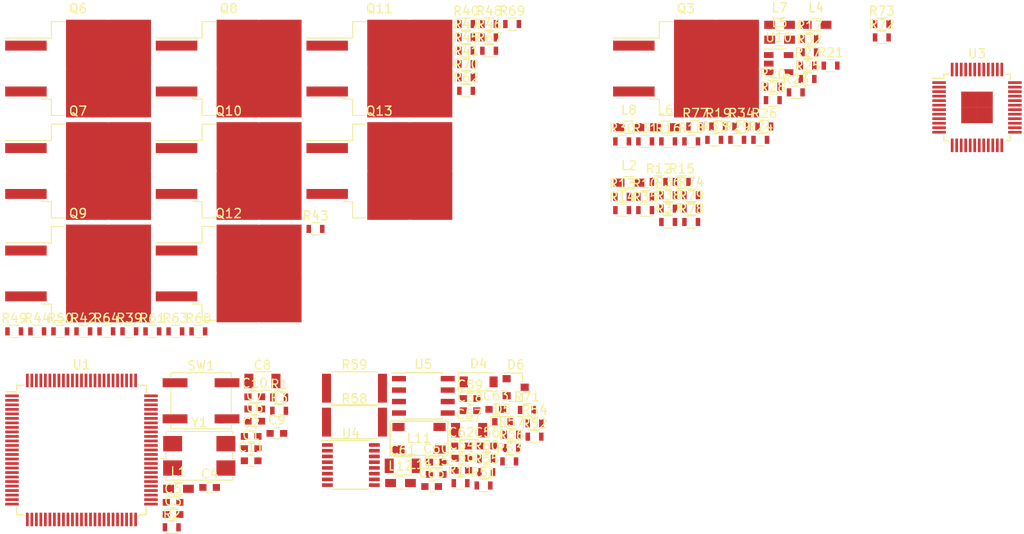
<source format=kicad_pcb>
(kicad_pcb (version 20171130) (host pcbnew "(5.0.0-rc2-198-gb8bbb15aa)")
  (layers (0 F.Cu signal) (31 B.Cu signal) (34 B.Paste user hide) (35 F.Paste user hide) (36 B.SilkS user hide) (37 F.SilkS user) (38 B.Mask user hide) (39 F.Mask user) (44 Edge.Cuts user))
  (net 0 "")
  (net 1 GND)
  (net 2 +3V3)
  (net 3 +3.3VA)
  (net 4 "Net-(C8-Pad1)")
  (net 5 "Net-(C10-Pad1)")
  (net 6 "Net-(C11-Pad1)")
  (net 7 /Top_Level/Communication/USB_VCCio)
  (net 8 USB_5V)
  (net 9 "Net-(C57-Pad1)")
  (net 10 +5V)
  (net 11 /Top_Level/Communication/CAN_FILT_P)
  (net 12 /Top_Level/Communication/CAN_FILT_N)
  (net 13 CAN_P)
  (net 14 CAN_N)
  (net 15 "Net-(C66-Pad1)")
  (net 16 DEBUG_LED)
  (net 17 "Net-(D5-Pad1)")
  (net 18 /Top_Level/PowerRails/VBATT_FILT_5V)
  (net 19 +BATT)
  (net 20 VBATT_FILT)
  (net 21 /Top_Level/DCDC_Controller/Vin)
  (net 22 +12V)
  (net 23 /Top_Level/DCDC_Controller/EXTVcc)
  (net 24 /Top_Level/DCDC_Controller/VBATT_FILT_NDRV)
  (net 25 DRVcc)
  (net 26 "Net-(C37-Pad1)")
  (net 27 "Net-(Q6-Pad1)")
  (net 28 SW_Node_P1)
  (net 29 "Net-(Q7-Pad1)")
  (net 30 SW_Node_P2)
  (net 31 "Net-(Q8-Pad1)")
  (net 32 "Net-(Q9-Pad1)")
  (net 33 "Net-(Q10-Pad1)")
  (net 34 "Net-(Q11-Pad1)")
  (net 35 "Net-(Q12-Pad1)")
  (net 36 "Net-(Q13-Pad1)")
  (net 37 nRESET)
  (net 38 "Net-(R2-Pad1)")
  (net 39 "Net-(C15-Pad2)")
  (net 40 "Net-(R11-Pad1)")
  (net 41 UART_TX)
  (net 42 "Net-(Q4-Pad2)")
  (net 43 +12P)
  (net 44 12V_MONITOR_AI)
  (net 45 SW_EN)
  (net 46 "Net-(Q2-Pad2)")
  (net 47 "Net-(C22-Pad1)")
  (net 48 "Net-(R17-Pad1)")
  (net 49 /Top_Level/DCDC_Controller/INTVcc)
  (net 50 /Top_Level/DCDC_Controller/Tgate_P1)
  (net 51 Tgate_P1_Res)
  (net 52 /Top_Level/DCDC_Controller/Bgate_P1)
  (net 53 Bgate_P1_Res)
  (net 54 "Net-(R21-Pad1)")
  (net 55 RUN_LTC)
  (net 56 "Net-(C28-Pad1)")
  (net 57 "Net-(C26-Pad2)")
  (net 58 /Top_Level/DCDC_Controller/NDRV)
  (net 59 "Net-(R25-Pad1)")
  (net 60 Tgate_P2_Res)
  (net 61 /Top_Level/DCDC_Controller/Tgate_P2)
  (net 62 /Top_Level/DCDC_Controller/Bgate_P2)
  (net 63 Bgate_P2_Res)
  (net 64 "Net-(R30-Pad1)")
  (net 65 "Net-(C40-Pad1)")
  (net 66 /Top_Level/DCDC_Controller/FeedBack)
  (net 67 "Net-(Q1-Pad2)")
  (net 68 5V_MONITOR_AI)
  (net 69 +5VP)
  (net 70 "Net-(Q5-Pad2)")
  (net 71 Phase1_Isense_AI)
  (net 72 "Net-(R47-Pad2)")
  (net 73 "Net-(R48-Pad2)")
  (net 74 Phase2_Isense_AI)
  (net 75 "Net-(C68-Pad2)")
  (net 76 "Net-(C69-Pad2)")
  (net 77 USB_D+)
  (net 78 "Net-(R51-Pad2)")
  (net 79 USB_D-)
  (net 80 "Net-(R52-Pad2)")
  (net 81 UART_RX)
  (net 82 "Net-(R53-Pad1)")
  (net 83 "Net-(R54-Pad2)")
  (net 84 CAN_TX)
  (net 85 "Net-(R55-Pad2)")
  (net 86 CAN_RX)
  (net 87 CAN_SLEEP)
  (net 88 "Net-(R56-Pad2)")
  (net 89 I2C_SCL)
  (net 90 /Top_Level/DCDC_Power_Stage/I_P1_P)
  (net 91 /Top_Level/DCDC_Power_Stage/Isense_P1_P)
  (net 92 Sense_P1_P)
  (net 93 /Top_Level/DCDC_Power_Stage/S_P1_P)
  (net 94 /Top_Level/DCDC_Power_Stage/I_P2_P)
  (net 95 /Top_Level/DCDC_Power_Stage/Isense_P2_P)
  (net 96 Sense_P2_P)
  (net 97 /Top_Level/DCDC_Power_Stage/S_P2_P)
  (net 98 /Top_Level/DCDC_Power_Stage/I_P1_N)
  (net 99 /Top_Level/DCDC_Power_Stage/Isense_P1_N)
  (net 100 /Top_Level/DCDC_Power_Stage/S_P1_N)
  (net 101 Sense_P1_N)
  (net 102 /Top_Level/DCDC_Power_Stage/I_P2_N)
  (net 103 /Top_Level/DCDC_Power_Stage/Isense_P2_N)
  (net 104 /Top_Level/DCDC_Power_Stage/S_P2_N)
  (net 105 Sense_P2_N)
  (net 106 I2C_SDA)
  (net 107 PGEC)
  (net 108 "Net-(D8-Pad1)")
  (net 109 "Net-(D7-Pad1)")
  (net 110 PGED)
  (net 111 "Net-(R74-Pad2)")
  (net 112 "Net-(R77-Pad1)")
  (net 113 "Net-(Q5-Pad1)")
  (net 114 "Net-(Q14-Pad2)")
  (net 115 ENABLE_STBY_SUPPLY)
  (net 116 "Net-(U1-Pad100)")
  (net 117 "Net-(U1-Pad99)")
  (net 118 "Net-(U1-Pad97)")
  (net 119 "Net-(U1-Pad96)")
  (net 120 "Net-(U1-Pad95)")
  (net 121 "Net-(U1-Pad94)")
  (net 122 "Net-(U1-Pad92)")
  (net 123 "Net-(U1-Pad91)")
  (net 124 "Net-(U1-Pad90)")
  (net 125 "Net-(U1-Pad89)")
  (net 126 "Net-(U1-Pad88)")
  (net 127 "Net-(U1-Pad87)")
  (net 128 "Net-(U1-Pad84)")
  (net 129 "Net-(U1-Pad83)")
  (net 130 "Net-(U1-Pad82)")
  (net 131 "Net-(U1-Pad81)")
  (net 132 "Net-(U1-Pad80)")
  (net 133 "Net-(U1-Pad79)")
  (net 134 "Net-(U1-Pad78)")
  (net 135 "Net-(U1-Pad77)")
  (net 136 "Net-(U1-Pad76)")
  (net 137 "Net-(U1-Pad72)")
  (net 138 "Net-(U1-Pad71)")
  (net 139 "Net-(U1-Pad70)")
  (net 140 "Net-(U1-Pad69)")
  (net 141 "Net-(U1-Pad68)")
  (net 142 "Net-(U1-Pad67)")
  (net 143 "Net-(U1-Pad66)")
  (net 144 "Net-(U1-Pad61)")
  (net 145 "Net-(U1-Pad60)")
  (net 146 "Net-(U1-Pad59)")
  (net 147 "Net-(U1-Pad58)")
  (net 148 "Net-(U1-Pad57)")
  (net 149 "Net-(U1-Pad56)")
  (net 150 "Net-(U1-Pad54)")
  (net 151 "Net-(U1-Pad53)")
  (net 152 "Net-(U1-Pad52)")
  (net 153 "Net-(U1-Pad51)")
  (net 154 "Net-(U1-Pad48)")
  (net 155 "Net-(U1-Pad47)")
  (net 156 "Net-(U1-Pad44)")
  (net 157 "Net-(U1-Pad43)")
  (net 158 "Net-(U1-Pad42)")
  (net 159 "Net-(U1-Pad41)")
  (net 160 "Net-(U1-Pad40)")
  (net 161 "Net-(U1-Pad39)")
  (net 162 DEBUG_PIN)
  (net 163 "Net-(U1-Pad35)")
  (net 164 "Net-(U1-Pad29)")
  (net 165 "Net-(U1-Pad28)")
  (net 166 "Net-(U1-Pad27)")
  (net 167 "Net-(U1-Pad26)")
  (net 168 "Net-(U1-Pad25)")
  (net 169 "Net-(U1-Pad24)")
  (net 170 "Net-(U1-Pad23)")
  (net 171 "Net-(U1-Pad22)")
  (net 172 "Net-(U1-Pad21)")
  (net 173 "Net-(U1-Pad20)")
  (net 174 "Net-(U1-Pad19)")
  (net 175 "Net-(U1-Pad18)")
  (net 176 "Net-(U1-Pad9)")
  (net 177 "Net-(U1-Pad8)")
  (net 178 "Net-(U1-Pad7)")
  (net 179 "Net-(U1-Pad5)")
  (net 180 "Net-(U1-Pad4)")
  (net 181 "Net-(U1-Pad1)")
  (net 182 "Net-(U4-Pad16)")
  (net 183 "Net-(U4-Pad15)")
  (net 184 "Net-(U4-Pad14)")
  (net 185 "Net-(U4-Pad7)")
  (net 186 "Net-(U4-Pad6)")
  (net 187 "Net-(U4-Pad2)")
  (net 188 +3.3VP)
  (net 189 "Net-(C79-Pad2)")
  (net 190 "Net-(C29-Pad1)")
  (net 191 Boost_P1)
  (net 192 Boost_P2)
  (net 193 "Net-(C36-Pad1)")
  (net 194 "Net-(C39-Pad1)")
  (net 195 "Net-(R75-Pad1)")
  (net 196 "Net-(R22-Pad1)")
  (module Housings_QFP:TQFP-100_14x14mm_Pitch0.5mm (layer F.Cu) (at 158.725001 72.935001)
    (fp_text reference U1 (at 0 -9.45) (layer F.SilkS))
    (fp_text value PIC33EPxxxMU810)
    (pad 100 smd rect (at -6 -7.7 90) (size 1.5 0.3) (layers F.Cu F.Paste F.Mask) (net 116 "Net-(U1-Pad100)"))
    (pad 99 smd rect (at -5.5 -7.7 90) (size 1.5 0.3) (layers F.Cu F.Paste F.Mask) (net 117 "Net-(U1-Pad99)"))
    (pad 98 smd rect (at -5 -7.7 90) (size 1.5 0.3) (layers F.Cu F.Paste F.Mask) (net 55 RUN_LTC))
    (pad 97 smd rect (at -4.5 -7.7 90) (size 1.5 0.3) (layers F.Cu F.Paste F.Mask) (net 118 "Net-(U1-Pad97)"))
    (pad 96 smd rect (at -4 -7.7 90) (size 1.5 0.3) (layers F.Cu F.Paste F.Mask) (net 119 "Net-(U1-Pad96)"))
    (pad 95 smd rect (at -3.5 -7.7 90) (size 1.5 0.3) (layers F.Cu F.Paste F.Mask) (net 120 "Net-(U1-Pad95)"))
    (pad 94 smd rect (at -3 -7.7 90) (size 1.5 0.3) (layers F.Cu F.Paste F.Mask) (net 121 "Net-(U1-Pad94)"))
    (pad 93 smd rect (at -2.5 -7.7 90) (size 1.5 0.3) (layers F.Cu F.Paste F.Mask) (net 45 SW_EN))
    (pad 92 smd rect (at -2 -7.7 90) (size 1.5 0.3) (layers F.Cu F.Paste F.Mask) (net 122 "Net-(U1-Pad92)"))
    (pad 91 smd rect (at -1.5 -7.7 90) (size 1.5 0.3) (layers F.Cu F.Paste F.Mask) (net 123 "Net-(U1-Pad91)"))
    (pad 90 smd rect (at -1 -7.7 90) (size 1.5 0.3) (layers F.Cu F.Paste F.Mask) (net 124 "Net-(U1-Pad90)"))
    (pad 89 smd rect (at -0.5 -7.7 90) (size 1.5 0.3) (layers F.Cu F.Paste F.Mask) (net 125 "Net-(U1-Pad89)"))
    (pad 88 smd rect (at 0 -7.7 90) (size 1.5 0.3) (layers F.Cu F.Paste F.Mask) (net 126 "Net-(U1-Pad88)"))
    (pad 87 smd rect (at 0.5 -7.7 90) (size 1.5 0.3) (layers F.Cu F.Paste F.Mask) (net 127 "Net-(U1-Pad87)"))
    (pad 86 smd rect (at 1 -7.7 90) (size 1.5 0.3) (layers F.Cu F.Paste F.Mask) (net 2 +3V3))
    (pad 85 smd rect (at 1.5 -7.7 90) (size 1.5 0.3) (layers F.Cu F.Paste F.Mask) (net 4 "Net-(C8-Pad1)"))
    (pad 84 smd rect (at 2 -7.7 90) (size 1.5 0.3) (layers F.Cu F.Paste F.Mask) (net 128 "Net-(U1-Pad84)"))
    (pad 83 smd rect (at 2.5 -7.7 90) (size 1.5 0.3) (layers F.Cu F.Paste F.Mask) (net 129 "Net-(U1-Pad83)"))
    (pad 82 smd rect (at 3 -7.7 90) (size 1.5 0.3) (layers F.Cu F.Paste F.Mask) (net 130 "Net-(U1-Pad82)"))
    (pad 81 smd rect (at 3.5 -7.7 90) (size 1.5 0.3) (layers F.Cu F.Paste F.Mask) (net 131 "Net-(U1-Pad81)"))
    (pad 80 smd rect (at 4 -7.7 90) (size 1.5 0.3) (layers F.Cu F.Paste F.Mask) (net 132 "Net-(U1-Pad80)"))
    (pad 79 smd rect (at 4.5 -7.7 90) (size 1.5 0.3) (layers F.Cu F.Paste F.Mask) (net 133 "Net-(U1-Pad79)"))
    (pad 78 smd rect (at 5 -7.7 90) (size 1.5 0.3) (layers F.Cu F.Paste F.Mask) (net 134 "Net-(U1-Pad78)"))
    (pad 77 smd rect (at 5.5 -7.7 90) (size 1.5 0.3) (layers F.Cu F.Paste F.Mask) (net 135 "Net-(U1-Pad77)"))
    (pad 76 smd rect (at 6 -7.7 90) (size 1.5 0.3) (layers F.Cu F.Paste F.Mask) (net 136 "Net-(U1-Pad76)"))
    (pad 75 smd rect (at 7.7 -6) (size 1.5 0.3) (layers F.Cu F.Paste F.Mask) (net 1 GND))
    (pad 74 smd rect (at 7.7 -5.5) (size 1.5 0.3) (layers F.Cu F.Paste F.Mask) (net 107 PGEC))
    (pad 73 smd rect (at 7.7 -5) (size 1.5 0.3) (layers F.Cu F.Paste F.Mask) (net 110 PGED))
    (pad 72 smd rect (at 7.7 -4.5) (size 1.5 0.3) (layers F.Cu F.Paste F.Mask) (net 137 "Net-(U1-Pad72)"))
    (pad 71 smd rect (at 7.7 -4) (size 1.5 0.3) (layers F.Cu F.Paste F.Mask) (net 138 "Net-(U1-Pad71)"))
    (pad 70 smd rect (at 7.7 -3.5) (size 1.5 0.3) (layers F.Cu F.Paste F.Mask) (net 139 "Net-(U1-Pad70)"))
    (pad 69 smd rect (at 7.7 -3) (size 1.5 0.3) (layers F.Cu F.Paste F.Mask) (net 140 "Net-(U1-Pad69)"))
    (pad 68 smd rect (at 7.7 -2.5) (size 1.5 0.3) (layers F.Cu F.Paste F.Mask) (net 141 "Net-(U1-Pad68)"))
    (pad 67 smd rect (at 7.7 -2) (size 1.5 0.3) (layers F.Cu F.Paste F.Mask) (net 142 "Net-(U1-Pad67)"))
    (pad 66 smd rect (at 7.7 -1.5) (size 1.5 0.3) (layers F.Cu F.Paste F.Mask) (net 143 "Net-(U1-Pad66)"))
    (pad 65 smd rect (at 7.7 -1) (size 1.5 0.3) (layers F.Cu F.Paste F.Mask) (net 1 GND))
    (pad 64 smd rect (at 7.7 -0.5) (size 1.5 0.3) (layers F.Cu F.Paste F.Mask) (net 5 "Net-(C10-Pad1)"))
    (pad 63 smd rect (at 7.7 0) (size 1.5 0.3) (layers F.Cu F.Paste F.Mask) (net 6 "Net-(C11-Pad1)"))
    (pad 62 smd rect (at 7.7 0.5) (size 1.5 0.3) (layers F.Cu F.Paste F.Mask) (net 2 +3V3))
    (pad 61 smd rect (at 7.7 1) (size 1.5 0.3) (layers F.Cu F.Paste F.Mask) (net 144 "Net-(U1-Pad61)"))
    (pad 60 smd rect (at 7.7 1.5) (size 1.5 0.3) (layers F.Cu F.Paste F.Mask) (net 145 "Net-(U1-Pad60)"))
    (pad 59 smd rect (at 7.7 2) (size 1.5 0.3) (layers F.Cu F.Paste F.Mask) (net 146 "Net-(U1-Pad59)"))
    (pad 58 smd rect (at 7.7 2.5) (size 1.5 0.3) (layers F.Cu F.Paste F.Mask) (net 147 "Net-(U1-Pad58)"))
    (pad 57 smd rect (at 7.7 3) (size 1.5 0.3) (layers F.Cu F.Paste F.Mask) (net 148 "Net-(U1-Pad57)"))
    (pad 56 smd rect (at 7.7 3.5) (size 1.5 0.3) (layers F.Cu F.Paste F.Mask) (net 149 "Net-(U1-Pad56)"))
    (pad 55 smd rect (at 7.7 4) (size 1.5 0.3) (layers F.Cu F.Paste F.Mask) (net 2 +3V3))
    (pad 54 smd rect (at 7.7 4.5) (size 1.5 0.3) (layers F.Cu F.Paste F.Mask) (net 150 "Net-(U1-Pad54)"))
    (pad 53 smd rect (at 7.7 5) (size 1.5 0.3) (layers F.Cu F.Paste F.Mask) (net 151 "Net-(U1-Pad53)"))
    (pad 52 smd rect (at 7.7 5.5) (size 1.5 0.3) (layers F.Cu F.Paste F.Mask) (net 152 "Net-(U1-Pad52)"))
    (pad 51 smd rect (at 7.7 6) (size 1.5 0.3) (layers F.Cu F.Paste F.Mask) (net 153 "Net-(U1-Pad51)"))
    (pad 50 smd rect (at 6 7.7 90) (size 1.5 0.3) (layers F.Cu F.Paste F.Mask) (net 89 I2C_SCL))
    (pad 49 smd rect (at 5.5 7.7 90) (size 1.5 0.3) (layers F.Cu F.Paste F.Mask) (net 106 I2C_SDA))
    (pad 48 smd rect (at 5 7.7 90) (size 1.5 0.3) (layers F.Cu F.Paste F.Mask) (net 154 "Net-(U1-Pad48)"))
    (pad 47 smd rect (at 4.5 7.7 90) (size 1.5 0.3) (layers F.Cu F.Paste F.Mask) (net 155 "Net-(U1-Pad47)"))
    (pad 46 smd rect (at 4 7.7 90) (size 1.5 0.3) (layers F.Cu F.Paste F.Mask) (net 2 +3V3))
    (pad 45 smd rect (at 3.5 7.7 90) (size 1.5 0.3) (layers F.Cu F.Paste F.Mask) (net 1 GND))
    (pad 44 smd rect (at 3 7.7 90) (size 1.5 0.3) (layers F.Cu F.Paste F.Mask) (net 156 "Net-(U1-Pad44)"))
    (pad 43 smd rect (at 2.5 7.7 90) (size 1.5 0.3) (layers F.Cu F.Paste F.Mask) (net 157 "Net-(U1-Pad43)"))
    (pad 42 smd rect (at 2 7.7 90) (size 1.5 0.3) (layers F.Cu F.Paste F.Mask) (net 158 "Net-(U1-Pad42)"))
    (pad 41 smd rect (at 1.5 7.7 90) (size 1.5 0.3) (layers F.Cu F.Paste F.Mask) (net 159 "Net-(U1-Pad41)"))
    (pad 40 smd rect (at 1 7.7 90) (size 1.5 0.3) (layers F.Cu F.Paste F.Mask) (net 160 "Net-(U1-Pad40)"))
    (pad 39 smd rect (at 0.5 7.7 90) (size 1.5 0.3) (layers F.Cu F.Paste F.Mask) (net 161 "Net-(U1-Pad39)"))
    (pad 38 smd rect (at 0 7.7 90) (size 1.5 0.3) (layers F.Cu F.Paste F.Mask) (net 162 DEBUG_PIN))
    (pad 37 smd rect (at -0.5 7.7 90) (size 1.5 0.3) (layers F.Cu F.Paste F.Mask) (net 2 +3V3))
    (pad 36 smd rect (at -1 7.7 90) (size 1.5 0.3) (layers F.Cu F.Paste F.Mask) (net 1 GND))
    (pad 35 smd rect (at -1.5 7.7 90) (size 1.5 0.3) (layers F.Cu F.Paste F.Mask) (net 163 "Net-(U1-Pad35)"))
    (pad 34 smd rect (at -2 7.7 90) (size 1.5 0.3) (layers F.Cu F.Paste F.Mask) (net 44 12V_MONITOR_AI))
    (pad 33 smd rect (at -2.5 7.7 90) (size 1.5 0.3) (layers F.Cu F.Paste F.Mask) (net 74 Phase2_Isense_AI))
    (pad 32 smd rect (at -3 7.7 90) (size 1.5 0.3) (layers F.Cu F.Paste F.Mask) (net 71 Phase1_Isense_AI))
    (pad 31 smd rect (at -3.5 7.7 90) (size 1.5 0.3) (layers F.Cu F.Paste F.Mask) (net 1 GND))
    (pad 30 smd rect (at -4 7.7 90) (size 1.5 0.3) (layers F.Cu F.Paste F.Mask) (net 3 +3.3VA))
    (pad 29 smd rect (at -4.5 7.7 90) (size 1.5 0.3) (layers F.Cu F.Paste F.Mask) (net 164 "Net-(U1-Pad29)"))
    (pad 28 smd rect (at -5 7.7 90) (size 1.5 0.3) (layers F.Cu F.Paste F.Mask) (net 165 "Net-(U1-Pad28)"))
    (pad 27 smd rect (at -5.5 7.7 90) (size 1.5 0.3) (layers F.Cu F.Paste F.Mask) (net 166 "Net-(U1-Pad27)"))
    (pad 26 smd rect (at -6 7.7 90) (size 1.5 0.3) (layers F.Cu F.Paste F.Mask) (net 167 "Net-(U1-Pad26)"))
    (pad 25 smd rect (at -7.7 6) (size 1.5 0.3) (layers F.Cu F.Paste F.Mask) (net 168 "Net-(U1-Pad25)"))
    (pad 24 smd rect (at -7.7 5.5) (size 1.5 0.3) (layers F.Cu F.Paste F.Mask) (net 169 "Net-(U1-Pad24)"))
    (pad 23 smd rect (at -7.7 5) (size 1.5 0.3) (layers F.Cu F.Paste F.Mask) (net 170 "Net-(U1-Pad23)"))
    (pad 22 smd rect (at -7.7 4.5) (size 1.5 0.3) (layers F.Cu F.Paste F.Mask) (net 171 "Net-(U1-Pad22)"))
    (pad 21 smd rect (at -7.7 4) (size 1.5 0.3) (layers F.Cu F.Paste F.Mask) (net 172 "Net-(U1-Pad21)"))
    (pad 20 smd rect (at -7.7 3.5) (size 1.5 0.3) (layers F.Cu F.Paste F.Mask) (net 173 "Net-(U1-Pad20)"))
    (pad 19 smd rect (at -7.7 3) (size 1.5 0.3) (layers F.Cu F.Paste F.Mask) (net 174 "Net-(U1-Pad19)"))
    (pad 18 smd rect (at -7.7 2.5) (size 1.5 0.3) (layers F.Cu F.Paste F.Mask) (net 175 "Net-(U1-Pad18)"))
    (pad 17 smd rect (at -7.7 2) (size 1.5 0.3) (layers F.Cu F.Paste F.Mask) (net 16 DEBUG_LED))
    (pad 16 smd rect (at -7.7 1.5) (size 1.5 0.3) (layers F.Cu F.Paste F.Mask) (net 2 +3V3))
    (pad 15 smd rect (at -7.7 1) (size 1.5 0.3) (layers F.Cu F.Paste F.Mask) (net 1 GND))
    (pad 14 smd rect (at -7.7 0.5) (size 1.5 0.3) (layers F.Cu F.Paste F.Mask) (net 81 UART_RX))
    (pad 13 smd rect (at -7.7 0) (size 1.5 0.3) (layers F.Cu F.Paste F.Mask) (net 38 "Net-(R2-Pad1)"))
    (pad 12 smd rect (at -7.7 -0.5) (size 1.5 0.3) (layers F.Cu F.Paste F.Mask) (net 41 UART_TX))
    (pad 11 smd rect (at -7.7 -1) (size 1.5 0.3) (layers F.Cu F.Paste F.Mask) (net 86 CAN_RX))
    (pad 10 smd rect (at -7.7 -1.5) (size 1.5 0.3) (layers F.Cu F.Paste F.Mask) (net 84 CAN_TX))
    (pad 9 smd rect (at -7.7 -2) (size 1.5 0.3) (layers F.Cu F.Paste F.Mask) (net 176 "Net-(U1-Pad9)"))
    (pad 8 smd rect (at -7.7 -2.5) (size 1.5 0.3) (layers F.Cu F.Paste F.Mask) (net 177 "Net-(U1-Pad8)"))
    (pad 7 smd rect (at -7.7 -3) (size 1.5 0.3) (layers F.Cu F.Paste F.Mask) (net 178 "Net-(U1-Pad7)"))
    (pad 6 smd rect (at -7.7 -3.5) (size 1.5 0.3) (layers F.Cu F.Paste F.Mask) (net 68 5V_MONITOR_AI))
    (pad 5 smd rect (at -7.7 -4) (size 1.5 0.3) (layers F.Cu F.Paste F.Mask) (net 179 "Net-(U1-Pad5)"))
    (pad 4 smd rect (at -7.7 -4.5) (size 1.5 0.3) (layers F.Cu F.Paste F.Mask) (net 180 "Net-(U1-Pad4)"))
    (pad 3 smd rect (at -7.7 -5) (size 1.5 0.3) (layers F.Cu F.Paste F.Mask) (net 87 CAN_SLEEP))
    (pad 2 smd rect (at -7.7 -5.5) (size 1.5 0.3) (layers F.Cu F.Paste F.Mask) (net 2 +3V3))
    (pad 1 smd rect (at -7.7 -6) (size 1.5 0.3) (layers F.Cu F.Paste F.Mask) (net 181 "Net-(U1-Pad1)"))
  )
  (module Capacitors_SMD:C_0603 (layer F.Cu) (at 177.525001 72.785001)
    (fp_text reference C1 (at 0 -1.5) (layer F.SilkS))
    (fp_text value 100nF)
    (pad 2 smd rect (at 0.75 0) (size 0.8 0.75) (layers F.Cu F.Paste F.Mask) (net 1 GND))
    (pad 1 smd rect (at -0.75 0) (size 0.8 0.75) (layers F.Cu F.Paste F.Mask) (net 2 +3V3))
  )
  (module Capacitors_SMD:C_0603 (layer F.Cu) (at 177.525001 71.435001)
    (fp_text reference C2 (at 0 -1.5) (layer F.SilkS))
    (fp_text value 100nF)
    (pad 1 smd rect (at -0.75 0) (size 0.8 0.75) (layers F.Cu F.Paste F.Mask) (net 2 +3V3))
    (pad 2 smd rect (at 0.75 0) (size 0.8 0.75) (layers F.Cu F.Paste F.Mask) (net 1 GND))
  )
  (module Capacitors_SMD:C_0603 (layer F.Cu) (at 168.875001 80.085001)
    (fp_text reference C3 (at 0 -1.5) (layer F.SilkS))
    (fp_text value 100nF)
    (pad 1 smd rect (at -0.75 0) (size 0.8 0.75) (layers F.Cu F.Paste F.Mask) (net 2 +3V3))
    (pad 2 smd rect (at 0.75 0) (size 0.8 0.75) (layers F.Cu F.Paste F.Mask) (net 1 GND))
  )
  (module Capacitors_SMD:C_0603 (layer F.Cu) (at 172.925001 77.085001)
    (fp_text reference C4 (at 0 -1.5) (layer F.SilkS))
    (fp_text value 100nF)
    (pad 2 smd rect (at 0.75 0) (size 0.8 0.75) (layers F.Cu F.Paste F.Mask) (net 1 GND))
    (pad 1 smd rect (at -0.75 0) (size 0.8 0.75) (layers F.Cu F.Paste F.Mask) (net 2 +3V3))
  )
  (module Capacitors_SMD:C_0603 (layer F.Cu) (at 168.875001 78.735001)
    (fp_text reference C5 (at 0 -1.5) (layer F.SilkS))
    (fp_text value 100nF)
    (pad 1 smd rect (at -0.75 0) (size 0.8 0.75) (layers F.Cu F.Paste F.Mask) (net 2 +3V3))
    (pad 2 smd rect (at 0.75 0) (size 0.8 0.75) (layers F.Cu F.Paste F.Mask) (net 1 GND))
  )
  (module Capacitors_SMD:C_0603 (layer F.Cu) (at 177.925001 69.745001)
    (fp_text reference C6 (at 0 -1.5) (layer F.SilkS))
    (fp_text value 100nF)
    (pad 2 smd rect (at 0.75 0) (size 0.8 0.75) (layers F.Cu F.Paste F.Mask) (net 1 GND))
    (pad 1 smd rect (at -0.75 0) (size 0.8 0.75) (layers F.Cu F.Paste F.Mask) (net 2 +3V3))
  )
  (module Capacitors_SMD:C_0603 (layer F.Cu) (at 177.925001 68.395001)
    (fp_text reference C7 (at 0 -1.5) (layer F.SilkS))
    (fp_text value 100nF)
    (pad 2 smd rect (at 0.75 0) (size 0.8 0.75) (layers F.Cu F.Paste F.Mask) (net 1 GND))
    (pad 1 smd rect (at -0.75 0) (size 0.8 0.75) (layers F.Cu F.Paste F.Mask) (net 3 +3.3VA))
  )
  (module Capacitors_SMD:C_1206 (layer F.Cu) (at 178.775001 65.290001)
    (fp_text reference C8 (at 0 -1.75) (layer F.SilkS))
    (fp_text value 10uF)
    (pad 2 smd rect (at 1.5 0) (size 1 1.6) (layers F.Cu F.Paste F.Mask) (net 1 GND))
    (pad 1 smd rect (at -1.5 0) (size 1 1.6) (layers F.Cu F.Paste F.Mask) (net 4 "Net-(C8-Pad1)"))
  )
  (module Capacitors_SMD:C_0603 (layer F.Cu) (at 180.375001 71.095001)
    (fp_text reference C9 (at 0 -1.5) (layer F.SilkS))
    (fp_text value 100nF)
    (pad 2 smd rect (at 0.75 0) (size 0.8 0.75) (layers F.Cu F.Paste F.Mask) (net 1 GND))
    (pad 1 smd rect (at -0.75 0) (size 0.8 0.75) (layers F.Cu F.Paste F.Mask) (net 2 +3V3))
  )
  (module Capacitors_SMD:C_0603 (layer F.Cu) (at 177.925001 67.045001)
    (fp_text reference C10 (at 0 -1.5) (layer F.SilkS))
    (fp_text value 18pF)
    (pad 2 smd rect (at 0.75 0) (size 0.8 0.75) (layers F.Cu F.Paste F.Mask) (net 1 GND))
    (pad 1 smd rect (at -0.75 0) (size 0.8 0.75) (layers F.Cu F.Paste F.Mask) (net 5 "Net-(C10-Pad1)"))
  )
  (module Capacitors_SMD:C_0603 (layer F.Cu) (at 177.525001 74.135001)
    (fp_text reference C11 (at 0 -1.5) (layer F.SilkS))
    (fp_text value 18pF)
    (pad 1 smd rect (at -0.75 0) (size 0.8 0.75) (layers F.Cu F.Paste F.Mask) (net 6 "Net-(C11-Pad1)"))
    (pad 2 smd rect (at 0.75 0) (size 0.8 0.75) (layers F.Cu F.Paste F.Mask) (net 1 GND))
  )
  (module Capacitors_SMD:C_0603 (layer F.Cu) (at 198.025001 75.635001)
    (fp_text reference C55 (at 0 -1.5) (layer F.SilkS))
    (fp_text value 100nF)
    (pad 1 smd rect (at -0.75 0) (size 0.8 0.75) (layers F.Cu F.Paste F.Mask) (net 7 /Top_Level/Communication/USB_VCCio))
    (pad 2 smd rect (at 0.75 0) (size 0.8 0.75) (layers F.Cu F.Paste F.Mask) (net 1 GND))
  )
  (module Capacitors_SMD:C_0603 (layer F.Cu) (at 203.675001 72.495001)
    (fp_text reference C56 (at 0 -1.5) (layer F.SilkS))
    (fp_text value 10nF)
    (pad 2 smd rect (at 0.75 0) (size 0.8 0.75) (layers F.Cu F.Paste F.Mask) (net 1 GND))
    (pad 1 smd rect (at -0.75 0) (size 0.8 0.75) (layers F.Cu F.Paste F.Mask) (net 8 USB_5V))
  )
  (module Capacitors_SMD:C_1206 (layer F.Cu) (at 201.675001 70.740001)
    (fp_text reference C57 (at 0 -1.75) (layer F.SilkS))
    (fp_text value 4u7)
    (pad 1 smd rect (at -1.5 0) (size 1 1.6) (layers F.Cu F.Paste F.Mask) (net 9 "Net-(C57-Pad1)"))
    (pad 2 smd rect (at 1.5 0) (size 1 1.6) (layers F.Cu F.Paste F.Mask) (net 1 GND))
  )
  (module Capacitors_SMD:C_0603 (layer F.Cu) (at 201.785001 68.585001)
    (fp_text reference C58 (at 0 -1.5) (layer F.SilkS))
    (fp_text value 100nF)
    (pad 1 smd rect (at -0.75 0) (size 0.8 0.75) (layers F.Cu F.Paste F.Mask) (net 9 "Net-(C57-Pad1)"))
    (pad 2 smd rect (at 0.75 0) (size 0.8 0.75) (layers F.Cu F.Paste F.Mask) (net 1 GND))
  )
  (module Capacitors_SMD:C_0603 (layer F.Cu) (at 201.785001 67.235001)
    (fp_text reference C59 (at 0 -1.5) (layer F.SilkS))
    (fp_text value 10nF)
    (pad 1 smd rect (at -0.75 0) (size 0.8 0.75) (layers F.Cu F.Paste F.Mask) (net 2 +3V3))
    (pad 2 smd rect (at 0.75 0) (size 0.8 0.75) (layers F.Cu F.Paste F.Mask) (net 1 GND))
  )
  (module Capacitors_SMD:C_0603 (layer F.Cu) (at 198.025001 74.285001)
    (fp_text reference C60 (at 0 -1.5) (layer F.SilkS))
    (fp_text value 10nF)
    (pad 1 smd rect (at -0.75 0) (size 0.8 0.75) (layers F.Cu F.Paste F.Mask) (net 10 +5V))
    (pad 2 smd rect (at 0.75 0) (size 0.8 0.75) (layers F.Cu F.Paste F.Mask) (net 1 GND))
  )
  (module Capacitors_SMD:C_1206 (layer F.Cu) (at 194.325001 74.690001)
    (fp_text reference C61 (at 0 -1.75) (layer F.SilkS))
    (fp_text value 10uF)
    (pad 2 smd rect (at 1.5 0) (size 1 1.6) (layers F.Cu F.Paste F.Mask) (net 1 GND))
    (pad 1 smd rect (at -1.5 0) (size 1 1.6) (layers F.Cu F.Paste F.Mask) (net 10 +5V))
  )
  (module Capacitors_SMD:C_0603 (layer F.Cu) (at 200.825001 72.495001)
    (fp_text reference C62 (at 0 -1.5) (layer F.SilkS))
    (fp_text value 18pF)
    (pad 1 smd rect (at -0.75 0) (size 0.8 0.75) (layers F.Cu F.Paste F.Mask) (net 1 GND))
    (pad 2 smd rect (at 0.75 0) (size 0.8 0.75) (layers F.Cu F.Paste F.Mask) (net 11 /Top_Level/Communication/CAN_FILT_P))
  )
  (module Capacitors_SMD:C_0603 (layer F.Cu) (at 204.635001 68.435001)
    (fp_text reference C63 (at 0 -1.5) (layer F.SilkS))
    (fp_text value 18pF)
    (pad 2 smd rect (at 0.75 0) (size 0.8 0.75) (layers F.Cu F.Paste F.Mask) (net 1 GND))
    (pad 1 smd rect (at -0.75 0) (size 0.8 0.75) (layers F.Cu F.Paste F.Mask) (net 12 /Top_Level/Communication/CAN_FILT_N))
  )
  (module Capacitors_SMD:C_0603 (layer F.Cu) (at 200.875001 73.845001)
    (fp_text reference C64 (at 0 -1.5) (layer F.SilkS))
    (fp_text value 18pF)
    (pad 2 smd rect (at 0.75 0) (size 0.8 0.75) (layers F.Cu F.Paste F.Mask) (net 13 CAN_P))
    (pad 1 smd rect (at -0.75 0) (size 0.8 0.75) (layers F.Cu F.Paste F.Mask) (net 1 GND))
  )
  (module Capacitors_SMD:C_0603 (layer F.Cu) (at 197.525001 76.985001)
    (fp_text reference C65 (at 0 -1.5) (layer F.SilkS))
    (fp_text value 18pF)
    (pad 1 smd rect (at -0.75 0) (size 0.8 0.75) (layers F.Cu F.Paste F.Mask) (net 14 CAN_N))
    (pad 2 smd rect (at 0.75 0) (size 0.8 0.75) (layers F.Cu F.Paste F.Mask) (net 1 GND))
  )
  (module Capacitors_SMD:C_0603 (layer F.Cu) (at 200.875001 75.195001)
    (fp_text reference C66 (at 0 -1.5) (layer F.SilkS))
    (fp_text value 10nF)
    (pad 2 smd rect (at 0.75 0) (size 0.8 0.75) (layers F.Cu F.Paste F.Mask) (net 1 GND))
    (pad 1 smd rect (at -0.75 0) (size 0.8 0.75) (layers F.Cu F.Paste F.Mask) (net 15 "Net-(C66-Pad1)"))
  )
  (module Diodes_SMD:D_SOD-123 (layer F.Cu) (at 202.735001 65.385001)
    (fp_text reference D4 (at 0 -2) (layer F.SilkS))
    (fp_text value D_Schottky)
    (pad 2 smd rect (at 1.65 0) (size 0.9 1.2) (layers F.Cu F.Paste F.Mask) (net 9 "Net-(C57-Pad1)"))
    (pad 1 smd rect (at -1.65 0) (size 0.9 1.2) (layers F.Cu F.Paste F.Mask) (net 10 +5V))
  )
  (module Diodes_SMD:D_0603 (layer F.Cu) (at 205.375001 69.805001)
    (fp_text reference D5 (at 0 -1.4) (layer F.SilkS))
    (fp_text value D_LED)
    (pad 2 smd rect (at 0.85 0) (size 0.6 0.8) (layers F.Cu F.Paste F.Mask) (net 16 DEBUG_LED))
    (pad 1 smd rect (at -0.85 0) (size 0.6 0.8) (layers F.Cu F.Paste F.Mask) (net 17 "Net-(D5-Pad1)"))
  )
  (module Footprints:D_SOT-23_ANK (layer F.Cu) (at 206.835001 65.985001)
    (fp_text reference D6 (at 0 -2.5) (layer F.SilkS))
    (fp_text value D_Schottky_x2_ACom_AKK)
    (pad 2 smd rect (at -1 -0.95) (size 0.9 0.8) (layers F.Cu F.Paste F.Mask) (net 14 CAN_N))
    (pad 3 smd rect (at -1 0.95) (size 0.9 0.8) (layers F.Cu F.Paste F.Mask) (net 13 CAN_P))
    (pad 1 smd rect (at 1 0) (size 0.9 0.8) (layers F.Cu F.Paste F.Mask) (net 1 GND))
  )
  (module Inductors_SMD:L_0603_HandSoldering (layer F.Cu) (at 169.475001 77.235001)
    (fp_text reference L1 (at 0 -1.9) (layer F.SilkS))
    (fp_text value Ferrite_Bead)
    (pad 2 smd rect (at 1.1 0) (size 1.2 0.9) (layers F.Cu F.Paste F.Mask) (net 2 +3V3))
    (pad 1 smd rect (at -1.1 0) (size 1.2 0.9) (layers F.Cu F.Paste F.Mask) (net 3 +3.3VA))
  )
  (module Inductors_SMD:L_0603_HandSoldering (layer F.Cu) (at 219.385001 43.315001)
    (fp_text reference L2 (at 0 -1.9) (layer F.SilkS))
    (fp_text value Ferrite_Bead)
    (pad 1 smd rect (at -1.1 0) (size 1.2 0.9) (layers F.Cu F.Paste F.Mask) (net 18 /Top_Level/PowerRails/VBATT_FILT_5V))
    (pad 2 smd rect (at 1.1 0) (size 1.2 0.9) (layers F.Cu F.Paste F.Mask) (net 19 +BATT))
  )
  (module Inductors_SMD:L_0603_HandSoldering (layer F.Cu) (at 240.125001 25.825001)
    (fp_text reference L4 (at 0 -1.9) (layer F.SilkS))
    (fp_text value Ferrite_Bead)
    (pad 1 smd rect (at -1.1 0) (size 1.2 0.9) (layers F.Cu F.Paste F.Mask) (net 20 VBATT_FILT))
    (pad 2 smd rect (at 1.1 0) (size 1.2 0.9) (layers F.Cu F.Paste F.Mask) (net 19 +BATT))
  )
  (module Inductors_SMD:L_0603_HandSoldering (layer F.Cu) (at 236.075001 27.475001)
    (fp_text reference L5 (at 0 -1.9) (layer F.SilkS))
    (fp_text value Ferrite_Bead)
    (pad 2 smd rect (at 1.1 0) (size 1.2 0.9) (layers F.Cu F.Paste F.Mask) (net 19 +BATT))
    (pad 1 smd rect (at -1.1 0) (size 1.2 0.9) (layers F.Cu F.Paste F.Mask) (net 20 VBATT_FILT))
  )
  (module Inductors_SMD:L_0603_HandSoldering (layer F.Cu) (at 223.435001 37.175001)
    (fp_text reference L6 (at 0 -1.9) (layer F.SilkS))
    (fp_text value Ferrite_Bead)
    (pad 2 smd rect (at 1.1 0) (size 1.2 0.9) (layers F.Cu F.Paste F.Mask) (net 21 /Top_Level/DCDC_Controller/Vin))
    (pad 1 smd rect (at -1.1 0) (size 1.2 0.9) (layers F.Cu F.Paste F.Mask) (net 19 +BATT))
  )
  (module Inductors_SMD:L_0603_HandSoldering (layer F.Cu) (at 236.075001 25.825001)
    (fp_text reference L7 (at 0 -1.9) (layer F.SilkS))
    (fp_text value Ferrite_Bead)
    (pad 1 smd rect (at -1.1 0) (size 1.2 0.9) (layers F.Cu F.Paste F.Mask) (net 22 +12V))
    (pad 2 smd rect (at 1.1 0) (size 1.2 0.9) (layers F.Cu F.Paste F.Mask) (net 23 /Top_Level/DCDC_Controller/EXTVcc))
  )
  (module Inductors_SMD:L_0603_HandSoldering (layer F.Cu) (at 219.385001 37.175001)
    (fp_text reference L8 (at 0 -1.9) (layer F.SilkS))
    (fp_text value Ferrite_Bead)
    (pad 1 smd rect (at -1.1 0) (size 1.2 0.9) (layers F.Cu F.Paste F.Mask) (net 24 /Top_Level/DCDC_Controller/VBATT_FILT_NDRV))
    (pad 2 smd rect (at 1.1 0) (size 1.2 0.9) (layers F.Cu F.Paste F.Mask) (net 19 +BATT))
  )
  (module Footprints:ACT45B (layer F.Cu) (at 196.125001 71.635001)
    (fp_text reference L11 (at 0.2 2.9) (layer F.SilkS))
    (fp_text value EMI_Filter_CommonMode hide)
    (fp_text user %R (at 0 0) (layer F.SilkS))
    (pad 1 smd rect (at -2.275 -1.25) (size 1.35 0.9) (layers F.Cu F.Paste F.Mask) (net 11 /Top_Level/Communication/CAN_FILT_P))
    (pad 2 smd rect (at 2.275 -1.25) (size 1.35 0.9) (layers F.Cu F.Paste F.Mask) (net 13 CAN_P))
    (pad 3 smd rect (at -2.275 1.25) (size 1.35 0.9) (layers F.Cu F.Paste F.Mask) (net 12 /Top_Level/Communication/CAN_FILT_N))
    (pad 4 smd rect (at 2.275 1.25) (size 1.35 0.9) (layers F.Cu F.Paste F.Mask) (net 14 CAN_N))
  )
  (module Inductors_SMD:L_0603_HandSoldering (layer F.Cu) (at 194.075001 76.595001)
    (fp_text reference L12 (at 0 -1.9) (layer F.SilkS))
    (fp_text value Ferrite_Bead)
    (pad 2 smd rect (at 1.1 0) (size 1.2 0.9) (layers F.Cu F.Paste F.Mask) (net 8 USB_5V))
    (pad 1 smd rect (at -1.1 0) (size 1.2 0.9) (layers F.Cu F.Paste F.Mask) (net 9 "Net-(C57-Pad1)"))
  )
  (module TO_SOT_Packages_SMD:TO-263-2 (layer F.Cu) (at 225.705001 30.675001)
    (fp_text reference Q3 (at 0 -6.65) (layer F.SilkS))
    (fp_text value Q_NMOS_GDS)
    (pad 2 smd rect (at 0.95 2.775) (size 4.55 5.25) (layers F.Cu F.Paste) (net 24 /Top_Level/DCDC_Controller/VBATT_FILT_NDRV))
    (pad 2 smd rect (at 5.8 -2.775) (size 4.55 5.25) (layers F.Cu F.Paste) (net 24 /Top_Level/DCDC_Controller/VBATT_FILT_NDRV))
    (pad 2 smd rect (at 0.95 -2.775) (size 4.55 5.25) (layers F.Cu F.Paste) (net 24 /Top_Level/DCDC_Controller/VBATT_FILT_NDRV))
    (pad 2 smd rect (at 5.8 2.775) (size 4.55 5.25) (layers F.Cu F.Paste) (net 24 /Top_Level/DCDC_Controller/VBATT_FILT_NDRV))
    (pad 2 smd rect (at 3.375 0) (size 9.4 10.8) (layers F.Cu F.Mask) (net 24 /Top_Level/DCDC_Controller/VBATT_FILT_NDRV))
    (pad 3 smd rect (at -5.775 2.54) (size 4.6 1.1) (layers F.Cu F.Paste F.Mask) (net 25 DRVcc))
    (pad 1 smd rect (at -5.775 -2.54) (size 4.6 1.1) (layers F.Cu F.Paste F.Mask) (net 26 "Net-(C37-Pad1)"))
  )
  (module TO_SOT_Packages_SMD:TO-263-2 (layer F.Cu) (at 158.345001 30.675001)
    (fp_text reference Q6 (at 0 -6.65) (layer F.SilkS))
    (fp_text value Q_NMOS_GDS)
    (pad 1 smd rect (at -5.775 -2.54) (size 4.6 1.1) (layers F.Cu F.Paste F.Mask) (net 27 "Net-(Q6-Pad1)"))
    (pad 3 smd rect (at -5.775 2.54) (size 4.6 1.1) (layers F.Cu F.Paste F.Mask) (net 28 SW_Node_P1))
    (pad 2 smd rect (at 3.375 0) (size 9.4 10.8) (layers F.Cu F.Mask) (net 20 VBATT_FILT))
    (pad 2 smd rect (at 5.8 2.775) (size 4.55 5.25) (layers F.Cu F.Paste) (net 20 VBATT_FILT))
    (pad 2 smd rect (at 0.95 -2.775) (size 4.55 5.25) (layers F.Cu F.Paste) (net 20 VBATT_FILT))
    (pad 2 smd rect (at 5.8 -2.775) (size 4.55 5.25) (layers F.Cu F.Paste) (net 20 VBATT_FILT))
    (pad 2 smd rect (at 0.95 2.775) (size 4.55 5.25) (layers F.Cu F.Paste) (net 20 VBATT_FILT))
  )
  (module TO_SOT_Packages_SMD:TO-263-2 (layer F.Cu) (at 158.345001 42.025001)
    (fp_text reference Q7 (at 0 -6.65) (layer F.SilkS))
    (fp_text value Q_NMOS_GDS)
    (pad 2 smd rect (at 0.95 2.775) (size 4.55 5.25) (layers F.Cu F.Paste) (net 28 SW_Node_P1))
    (pad 2 smd rect (at 5.8 -2.775) (size 4.55 5.25) (layers F.Cu F.Paste) (net 28 SW_Node_P1))
    (pad 2 smd rect (at 0.95 -2.775) (size 4.55 5.25) (layers F.Cu F.Paste) (net 28 SW_Node_P1))
    (pad 2 smd rect (at 5.8 2.775) (size 4.55 5.25) (layers F.Cu F.Paste) (net 28 SW_Node_P1))
    (pad 2 smd rect (at 3.375 0) (size 9.4 10.8) (layers F.Cu F.Mask) (net 28 SW_Node_P1))
    (pad 3 smd rect (at -5.775 2.54) (size 4.6 1.1) (layers F.Cu F.Paste F.Mask) (net 1 GND))
    (pad 1 smd rect (at -5.775 -2.54) (size 4.6 1.1) (layers F.Cu F.Paste F.Mask) (net 29 "Net-(Q7-Pad1)"))
  )
  (module TO_SOT_Packages_SMD:TO-263-2 (layer F.Cu) (at 175.035001 30.675001)
    (fp_text reference Q8 (at 0 -6.65) (layer F.SilkS))
    (fp_text value Q_NMOS_GDS)
    (pad 2 smd rect (at 0.95 2.775) (size 4.55 5.25) (layers F.Cu F.Paste) (net 20 VBATT_FILT))
    (pad 2 smd rect (at 5.8 -2.775) (size 4.55 5.25) (layers F.Cu F.Paste) (net 20 VBATT_FILT))
    (pad 2 smd rect (at 0.95 -2.775) (size 4.55 5.25) (layers F.Cu F.Paste) (net 20 VBATT_FILT))
    (pad 2 smd rect (at 5.8 2.775) (size 4.55 5.25) (layers F.Cu F.Paste) (net 20 VBATT_FILT))
    (pad 2 smd rect (at 3.375 0) (size 9.4 10.8) (layers F.Cu F.Mask) (net 20 VBATT_FILT))
    (pad 3 smd rect (at -5.775 2.54) (size 4.6 1.1) (layers F.Cu F.Paste F.Mask) (net 30 SW_Node_P2))
    (pad 1 smd rect (at -5.775 -2.54) (size 4.6 1.1) (layers F.Cu F.Paste F.Mask) (net 31 "Net-(Q8-Pad1)"))
  )
  (module TO_SOT_Packages_SMD:TO-263-2 (layer F.Cu) (at 158.345001 53.375001)
    (fp_text reference Q9 (at 0 -6.65) (layer F.SilkS))
    (fp_text value Q_NMOS_GDS)
    (pad 1 smd rect (at -5.775 -2.54) (size 4.6 1.1) (layers F.Cu F.Paste F.Mask) (net 32 "Net-(Q9-Pad1)"))
    (pad 3 smd rect (at -5.775 2.54) (size 4.6 1.1) (layers F.Cu F.Paste F.Mask) (net 1 GND))
    (pad 2 smd rect (at 3.375 0) (size 9.4 10.8) (layers F.Cu F.Mask) (net 30 SW_Node_P2))
    (pad 2 smd rect (at 5.8 2.775) (size 4.55 5.25) (layers F.Cu F.Paste) (net 30 SW_Node_P2))
    (pad 2 smd rect (at 0.95 -2.775) (size 4.55 5.25) (layers F.Cu F.Paste) (net 30 SW_Node_P2))
    (pad 2 smd rect (at 5.8 -2.775) (size 4.55 5.25) (layers F.Cu F.Paste) (net 30 SW_Node_P2))
    (pad 2 smd rect (at 0.95 2.775) (size 4.55 5.25) (layers F.Cu F.Paste) (net 30 SW_Node_P2))
  )
  (module TO_SOT_Packages_SMD:TO-263-2 (layer F.Cu) (at 175.035001 42.025001)
    (fp_text reference Q10 (at 0 -6.65) (layer F.SilkS))
    (fp_text value Q_NMOS_GDS)
    (pad 2 smd rect (at 0.95 2.775) (size 4.55 5.25) (layers F.Cu F.Paste) (net 20 VBATT_FILT))
    (pad 2 smd rect (at 5.8 -2.775) (size 4.55 5.25) (layers F.Cu F.Paste) (net 20 VBATT_FILT))
    (pad 2 smd rect (at 0.95 -2.775) (size 4.55 5.25) (layers F.Cu F.Paste) (net 20 VBATT_FILT))
    (pad 2 smd rect (at 5.8 2.775) (size 4.55 5.25) (layers F.Cu F.Paste) (net 20 VBATT_FILT))
    (pad 2 smd rect (at 3.375 0) (size 9.4 10.8) (layers F.Cu F.Mask) (net 20 VBATT_FILT))
    (pad 3 smd rect (at -5.775 2.54) (size 4.6 1.1) (layers F.Cu F.Paste F.Mask) (net 28 SW_Node_P1))
    (pad 1 smd rect (at -5.775 -2.54) (size 4.6 1.1) (layers F.Cu F.Paste F.Mask) (net 33 "Net-(Q10-Pad1)"))
  )
  (module TO_SOT_Packages_SMD:TO-263-2 (layer F.Cu) (at 191.725001 30.675001)
    (fp_text reference Q11 (at 0 -6.65) (layer F.SilkS))
    (fp_text value Q_NMOS_GDS)
    (pad 1 smd rect (at -5.775 -2.54) (size 4.6 1.1) (layers F.Cu F.Paste F.Mask) (net 34 "Net-(Q11-Pad1)"))
    (pad 3 smd rect (at -5.775 2.54) (size 4.6 1.1) (layers F.Cu F.Paste F.Mask) (net 1 GND))
    (pad 2 smd rect (at 3.375 0) (size 9.4 10.8) (layers F.Cu F.Mask) (net 28 SW_Node_P1))
    (pad 2 smd rect (at 5.8 2.775) (size 4.55 5.25) (layers F.Cu F.Paste) (net 28 SW_Node_P1))
    (pad 2 smd rect (at 0.95 -2.775) (size 4.55 5.25) (layers F.Cu F.Paste) (net 28 SW_Node_P1))
    (pad 2 smd rect (at 5.8 -2.775) (size 4.55 5.25) (layers F.Cu F.Paste) (net 28 SW_Node_P1))
    (pad 2 smd rect (at 0.95 2.775) (size 4.55 5.25) (layers F.Cu F.Paste) (net 28 SW_Node_P1))
  )
  (module TO_SOT_Packages_SMD:TO-263-2 (layer F.Cu) (at 175.035001 53.375001)
    (fp_text reference Q12 (at 0 -6.65) (layer F.SilkS))
    (fp_text value Q_NMOS_GDS)
    (pad 2 smd rect (at 0.95 2.775) (size 4.55 5.25) (layers F.Cu F.Paste) (net 20 VBATT_FILT))
    (pad 2 smd rect (at 5.8 -2.775) (size 4.55 5.25) (layers F.Cu F.Paste) (net 20 VBATT_FILT))
    (pad 2 smd rect (at 0.95 -2.775) (size 4.55 5.25) (layers F.Cu F.Paste) (net 20 VBATT_FILT))
    (pad 2 smd rect (at 5.8 2.775) (size 4.55 5.25) (layers F.Cu F.Paste) (net 20 VBATT_FILT))
    (pad 2 smd rect (at 3.375 0) (size 9.4 10.8) (layers F.Cu F.Mask) (net 20 VBATT_FILT))
    (pad 3 smd rect (at -5.775 2.54) (size 4.6 1.1) (layers F.Cu F.Paste F.Mask) (net 30 SW_Node_P2))
    (pad 1 smd rect (at -5.775 -2.54) (size 4.6 1.1) (layers F.Cu F.Paste F.Mask) (net 35 "Net-(Q12-Pad1)"))
  )
  (module TO_SOT_Packages_SMD:TO-263-2 (layer F.Cu) (at 191.725001 42.025001)
    (fp_text reference Q13 (at 0 -6.65) (layer F.SilkS))
    (fp_text value Q_NMOS_GDS)
    (pad 1 smd rect (at -5.775 -2.54) (size 4.6 1.1) (layers F.Cu F.Paste F.Mask) (net 36 "Net-(Q13-Pad1)"))
    (pad 3 smd rect (at -5.775 2.54) (size 4.6 1.1) (layers F.Cu F.Paste F.Mask) (net 1 GND))
    (pad 2 smd rect (at 3.375 0) (size 9.4 10.8) (layers F.Cu F.Mask) (net 30 SW_Node_P2))
    (pad 2 smd rect (at 5.8 2.775) (size 4.55 5.25) (layers F.Cu F.Paste) (net 30 SW_Node_P2))
    (pad 2 smd rect (at 0.95 -2.775) (size 4.55 5.25) (layers F.Cu F.Paste) (net 30 SW_Node_P2))
    (pad 2 smd rect (at 5.8 -2.775) (size 4.55 5.25) (layers F.Cu F.Paste) (net 30 SW_Node_P2))
    (pad 2 smd rect (at 0.95 2.775) (size 4.55 5.25) (layers F.Cu F.Paste) (net 30 SW_Node_P2))
  )
  (module Resistors_SMD:R_0603 (layer F.Cu) (at 180.625001 67.110001)
    (fp_text reference R1 (at 0 -1.45) (layer F.SilkS))
    (fp_text value 10k)
    (pad 1 smd rect (at -0.75 0) (size 0.5 0.9) (layers F.Cu F.Paste F.Mask) (net 2 +3V3))
    (pad 2 smd rect (at 0.75 0) (size 0.5 0.9) (layers F.Cu F.Paste F.Mask) (net 37 nRESET))
  )
  (module Resistors_SMD:R_0603 (layer F.Cu) (at 168.725001 81.500001)
    (fp_text reference R2 (at 0 -1.45) (layer F.SilkS))
    (fp_text value 10k)
    (pad 2 smd rect (at 0.75 0) (size 0.5 0.9) (layers F.Cu F.Paste F.Mask) (net 37 nRESET))
    (pad 1 smd rect (at -0.75 0) (size 0.5 0.9) (layers F.Cu F.Paste F.Mask) (net 38 "Net-(R2-Pad1)"))
  )
  (module Resistors_SMD:R_0603 (layer F.Cu) (at 180.625001 68.590001)
    (fp_text reference R3 (at 0 -1.45) (layer F.SilkS))
    (fp_text value 1M)
    (pad 2 smd rect (at 0.75 0) (size 0.5 0.9) (layers F.Cu F.Paste F.Mask) (net 6 "Net-(C11-Pad1)"))
    (pad 1 smd rect (at -0.75 0) (size 0.5 0.9) (layers F.Cu F.Paste F.Mask) (net 5 "Net-(C10-Pad1)"))
  )
  (module Resistors_SMD:R_0603 (layer F.Cu) (at 221.185001 44.880001)
    (fp_text reference R10 (at 0 -1.45) (layer F.SilkS))
    (fp_text value 3R3)
    (pad 2 smd rect (at 0.75 0) (size 0.5 0.9) (layers F.Cu F.Paste F.Mask) (net 1 GND))
    (pad 1 smd rect (at -0.75 0) (size 0.5 0.9) (layers F.Cu F.Paste F.Mask) (net 39 "Net-(C15-Pad2)"))
  )
  (module Resistors_SMD:R_0603 (layer F.Cu) (at 200.725001 76.610001)
    (fp_text reference R11 (at 0 -1.45) (layer F.SilkS))
    (fp_text value 100R)
    (pad 1 smd rect (at -0.75 0) (size 0.5 0.9) (layers F.Cu F.Paste F.Mask) (net 40 "Net-(R11-Pad1)"))
    (pad 2 smd rect (at 0.75 0) (size 0.5 0.9) (layers F.Cu F.Paste F.Mask) (net 41 UART_TX))
  )
  (module Resistors_SMD:R_0603 (layer F.Cu) (at 222.685001 43.230001)
    (fp_text reference R12 (at 0 -1.45) (layer F.SilkS))
    (fp_text value 100k)
    (pad 2 smd rect (at 0.75 0) (size 0.5 0.9) (layers F.Cu F.Paste F.Mask) (net 42 "Net-(Q4-Pad2)"))
    (pad 1 smd rect (at -0.75 0) (size 0.5 0.9) (layers F.Cu F.Paste F.Mask) (net 22 +12V))
  )
  (module Resistors_SMD:R_0603 (layer F.Cu) (at 218.635001 44.880001)
    (fp_text reference R13 (at 0 -1.45) (layer F.SilkS))
    (fp_text value 47k)
    (pad 1 smd rect (at -0.75 0) (size 0.5 0.9) (layers F.Cu F.Paste F.Mask) (net 43 +12P))
    (pad 2 smd rect (at 0.75 0) (size 0.5 0.9) (layers F.Cu F.Paste F.Mask) (net 44 12V_MONITOR_AI))
  )
  (module Resistors_SMD:R_0603 (layer F.Cu) (at 218.635001 46.360001)
    (fp_text reference R14 (at 0 -1.45) (layer F.SilkS))
    (fp_text value 10k)
    (pad 2 smd rect (at 0.75 0) (size 0.5 0.9) (layers F.Cu F.Paste F.Mask) (net 1 GND))
    (pad 1 smd rect (at -0.75 0) (size 0.5 0.9) (layers F.Cu F.Paste F.Mask) (net 44 12V_MONITOR_AI))
  )
  (module Resistors_SMD:R_0603 (layer F.Cu) (at 225.235001 43.230001)
    (fp_text reference R15 (at 0 -1.45) (layer F.SilkS))
    (fp_text value 100R)
    (pad 1 smd rect (at -0.75 0) (size 0.5 0.9) (layers F.Cu F.Paste F.Mask) (net 45 SW_EN))
    (pad 2 smd rect (at 0.75 0) (size 0.5 0.9) (layers F.Cu F.Paste F.Mask) (net 46 "Net-(Q2-Pad2)"))
  )
  (module Resistors_SMD:R_0603 (layer F.Cu) (at 223.735001 38.740001)
    (fp_text reference R16 (at 0 -1.45) (layer F.SilkS))
    (fp_text value 100k)
    (pad 1 smd rect (at -0.75 0) (size 0.5 0.9) (layers F.Cu F.Paste F.Mask) (net 47 "Net-(C22-Pad1)"))
    (pad 2 smd rect (at 0.75 0) (size 0.5 0.9) (layers F.Cu F.Paste F.Mask) (net 1 GND))
  )
  (module Resistors_SMD:R_0603 (layer F.Cu) (at 239.375001 27.390001)
    (fp_text reference R17 (at 0 -1.45) (layer F.SilkS))
    (fp_text value 0R0)
    (pad 1 smd rect (at -0.75 0) (size 0.5 0.9) (layers F.Cu F.Paste F.Mask) (net 48 "Net-(R17-Pad1)"))
    (pad 2 smd rect (at 0.75 0) (size 0.5 0.9) (layers F.Cu F.Paste F.Mask) (net 1 GND))
  )
  (module Resistors_SMD:R_0603 (layer F.Cu) (at 226.285001 38.740001)
    (fp_text reference R18 (at 0 -1.45) (layer F.SilkS))
    (fp_text value 0R0)
    (pad 2 smd rect (at 0.75 0) (size 0.5 0.9) (layers F.Cu F.Paste F.Mask) (net 48 "Net-(R17-Pad1)"))
    (pad 1 smd rect (at -0.75 0) (size 0.5 0.9) (layers F.Cu F.Paste F.Mask) (net 49 /Top_Level/DCDC_Controller/INTVcc))
  )
  (module Resistors_SMD:R_0603 (layer F.Cu) (at 229.285001 37.090001)
    (fp_text reference R19 (at 0 -1.45) (layer F.SilkS))
    (fp_text value 0R0)
    (pad 1 smd rect (at -0.75 0) (size 0.5 0.9) (layers F.Cu F.Paste F.Mask) (net 50 /Top_Level/DCDC_Controller/Tgate_P1))
    (pad 2 smd rect (at 0.75 0) (size 0.5 0.9) (layers F.Cu F.Paste F.Mask) (net 51 Tgate_P1_Res))
  )
  (module Resistors_SMD:R_0603 (layer F.Cu) (at 235.325001 32.690001)
    (fp_text reference R20 (at 0 -1.45) (layer F.SilkS))
    (fp_text value 0R0)
    (pad 1 smd rect (at -0.75 0) (size 0.5 0.9) (layers F.Cu F.Paste F.Mask) (net 52 /Top_Level/DCDC_Controller/Bgate_P1))
    (pad 2 smd rect (at 0.75 0) (size 0.5 0.9) (layers F.Cu F.Paste F.Mask) (net 53 Bgate_P1_Res))
  )
  (module Resistors_SMD:R_0603 (layer F.Cu) (at 241.725001 30.350001)
    (fp_text reference R21 (at 0 -1.45) (layer F.SilkS))
    (fp_text value 0R0)
    (pad 1 smd rect (at -0.75 0) (size 0.5 0.9) (layers F.Cu F.Paste F.Mask) (net 54 "Net-(R21-Pad1)"))
    (pad 2 smd rect (at 0.75 0) (size 0.5 0.9) (layers F.Cu F.Paste F.Mask) (net 55 RUN_LTC))
  )
  (module Resistors_SMD:R_0603 (layer F.Cu) (at 237.875001 33.310001)
    (fp_text reference R23 (at 0 -1.45) (layer F.SilkS))
    (fp_text value 3k83)
    (pad 1 smd rect (at -0.75 0) (size 0.5 0.9) (layers F.Cu F.Paste F.Mask) (net 56 "Net-(C28-Pad1)"))
    (pad 2 smd rect (at 0.75 0) (size 0.5 0.9) (layers F.Cu F.Paste F.Mask) (net 57 "Net-(C26-Pad2)"))
  )
  (module Resistors_SMD:R_0603 (layer F.Cu) (at 233.935001 38.570001)
    (fp_text reference R24 (at 0 -1.45) (layer F.SilkS))
    (fp_text value 100R)
    (pad 2 smd rect (at 0.75 0) (size 0.5 0.9) (layers F.Cu F.Paste F.Mask) (net 58 /Top_Level/DCDC_Controller/NDRV))
    (pad 1 smd rect (at -0.75 0) (size 0.5 0.9) (layers F.Cu F.Paste F.Mask) (net 26 "Net-(C37-Pad1)"))
  )
  (module Resistors_SMD:R_0603 (layer F.Cu) (at 239.175001 31.830001)
    (fp_text reference R25 (at 0 -1.45) (layer F.SilkS))
    (fp_text value 0R0)
    (pad 1 smd rect (at -0.75 0) (size 0.5 0.9) (layers F.Cu F.Paste F.Mask) (net 59 "Net-(R25-Pad1)"))
    (pad 2 smd rect (at 0.75 0) (size 0.5 0.9) (layers F.Cu F.Paste F.Mask) (net 1 GND))
  )
  (module Resistors_SMD:R_0603 (layer F.Cu) (at 234.385001 37.090001)
    (fp_text reference R26 (at 0 -1.45) (layer F.SilkS))
    (fp_text value 0R0)
    (pad 1 smd rect (at -0.75 0) (size 0.5 0.9) (layers F.Cu F.Paste F.Mask) (net 60 Tgate_P2_Res))
    (pad 2 smd rect (at 0.75 0) (size 0.5 0.9) (layers F.Cu F.Paste F.Mask) (net 61 /Top_Level/DCDC_Controller/Tgate_P2))
  )
  (module Resistors_SMD:R_0603 (layer F.Cu) (at 239.175001 30.350001)
    (fp_text reference R27 (at 0 -1.45) (layer F.SilkS))
    (fp_text value 0R0)
    (pad 2 smd rect (at 0.75 0) (size 0.5 0.9) (layers F.Cu F.Paste F.Mask) (net 62 /Top_Level/DCDC_Controller/Bgate_P2))
    (pad 1 smd rect (at -0.75 0) (size 0.5 0.9) (layers F.Cu F.Paste F.Mask) (net 63 Bgate_P2_Res))
  )
  (module Resistors_SMD:R_0603 (layer F.Cu) (at 235.325001 34.170001)
    (fp_text reference R28 (at 0 -1.45) (layer F.SilkS))
    (fp_text value 0R0)
    (pad 2 smd rect (at 0.75 0) (size 0.5 0.9) (layers F.Cu F.Paste F.Mask) (net 59 "Net-(R25-Pad1)"))
    (pad 1 smd rect (at -0.75 0) (size 0.5 0.9) (layers F.Cu F.Paste F.Mask) (net 49 /Top_Level/DCDC_Controller/INTVcc))
  )
  (module Resistors_SMD:R_0603 (layer F.Cu) (at 231.385001 38.570001)
    (fp_text reference R29 (at 0 -1.45) (layer F.SilkS))
    (fp_text value 0R0)
    (pad 2 smd rect (at 0.75 0) (size 0.5 0.9) (layers F.Cu F.Paste F.Mask) (net 58 /Top_Level/DCDC_Controller/NDRV))
    (pad 1 smd rect (at -0.75 0) (size 0.5 0.9) (layers F.Cu F.Paste F.Mask) (net 25 DRVcc))
  )
  (module Resistors_SMD:R_0603 (layer F.Cu) (at 218.635001 38.740001)
    (fp_text reference R30 (at 0 -1.45) (layer F.SilkS))
    (fp_text value 0R0)
    (pad 1 smd rect (at -0.75 0) (size 0.5 0.9) (layers F.Cu F.Paste F.Mask) (net 64 "Net-(R30-Pad1)"))
    (pad 2 smd rect (at 0.75 0) (size 0.5 0.9) (layers F.Cu F.Paste F.Mask) (net 1 GND))
  )
  (module Resistors_SMD:R_0603 (layer F.Cu) (at 221.185001 38.740001)
    (fp_text reference R31 (at 0 -1.45) (layer F.SilkS))
    (fp_text value 0R0)
    (pad 2 smd rect (at 0.75 0) (size 0.5 0.9) (layers F.Cu F.Paste F.Mask) (net 64 "Net-(R30-Pad1)"))
    (pad 1 smd rect (at -0.75 0) (size 0.5 0.9) (layers F.Cu F.Paste F.Mask) (net 49 /Top_Level/DCDC_Controller/INTVcc))
  )
  (module Resistors_SMD:R_0603 (layer F.Cu) (at 239.375001 28.870001)
    (fp_text reference R32 (at 0 -1.45) (layer F.SilkS))
    (fp_text value 20R)
    (pad 2 smd rect (at 0.75 0) (size 0.5 0.9) (layers F.Cu F.Paste F.Mask) (net 65 "Net-(C40-Pad1)"))
    (pad 1 smd rect (at -0.75 0) (size 0.5 0.9) (layers F.Cu F.Paste F.Mask) (net 22 +12V))
  )
  (module Resistors_SMD:R_0603 (layer F.Cu) (at 228.835001 38.570001)
    (fp_text reference R33 (at 0 -1.45) (layer F.SilkS))
    (fp_text value 100k)
    (pad 1 smd rect (at -0.75 0) (size 0.5 0.9) (layers F.Cu F.Paste F.Mask) (net 65 "Net-(C40-Pad1)"))
    (pad 2 smd rect (at 0.75 0) (size 0.5 0.9) (layers F.Cu F.Paste F.Mask) (net 66 /Top_Level/DCDC_Controller/FeedBack))
  )
  (module Resistors_SMD:R_0603 (layer F.Cu) (at 231.835001 37.090001)
    (fp_text reference R34 (at 0 -1.45) (layer F.SilkS))
    (fp_text value 10k)
    (pad 2 smd rect (at 0.75 0) (size 0.5 0.9) (layers F.Cu F.Paste F.Mask) (net 1 GND))
    (pad 1 smd rect (at -0.75 0) (size 0.5 0.9) (layers F.Cu F.Paste F.Mask) (net 66 /Top_Level/DCDC_Controller/FeedBack))
  )
  (module Resistors_SMD:R_0603 (layer F.Cu) (at 221.185001 46.360001)
    (fp_text reference R35 (at 0 -1.45) (layer F.SilkS))
    (fp_text value 100k)
    (pad 2 smd rect (at 0.75 0) (size 0.5 0.9) (layers F.Cu F.Paste F.Mask) (net 67 "Net-(Q1-Pad2)"))
    (pad 1 smd rect (at -0.75 0) (size 0.5 0.9) (layers F.Cu F.Paste F.Mask) (net 10 +5V))
  )
  (module Resistors_SMD:R_0603 (layer F.Cu) (at 223.735001 44.710001)
    (fp_text reference R36 (at 0 -1.45) (layer F.SilkS))
    (fp_text value 10k)
    (pad 2 smd rect (at 0.75 0) (size 0.5 0.9) (layers F.Cu F.Paste F.Mask) (net 68 5V_MONITOR_AI))
    (pad 1 smd rect (at -0.75 0) (size 0.5 0.9) (layers F.Cu F.Paste F.Mask) (net 69 +5VP))
  )
  (module Resistors_SMD:R_0603 (layer F.Cu) (at 223.735001 47.670001)
    (fp_text reference R37 (at 0 -1.45) (layer F.SilkS))
    (fp_text value 10k)
    (pad 1 smd rect (at -0.75 0) (size 0.5 0.9) (layers F.Cu F.Paste F.Mask) (net 68 5V_MONITOR_AI))
    (pad 2 smd rect (at 0.75 0) (size 0.5 0.9) (layers F.Cu F.Paste F.Mask) (net 1 GND))
  )
  (module Resistors_SMD:R_0603 (layer F.Cu) (at 223.735001 46.190001)
    (fp_text reference R38 (at 0 -1.45) (layer F.SilkS))
    (fp_text value 100R)
    (pad 1 smd rect (at -0.75 0) (size 0.5 0.9) (layers F.Cu F.Paste F.Mask) (net 45 SW_EN))
    (pad 2 smd rect (at 0.75 0) (size 0.5 0.9) (layers F.Cu F.Paste F.Mask) (net 70 "Net-(Q5-Pad2)"))
  )
  (module Resistors_SMD:R_0603 (layer F.Cu) (at 164.025001 59.790001)
    (fp_text reference R39 (at 0 -1.45) (layer F.SilkS))
    (fp_text value 0R0)
    (pad 2 smd rect (at 0.75 0) (size 0.5 0.9) (layers F.Cu F.Paste F.Mask) (net 51 Tgate_P1_Res))
    (pad 1 smd rect (at -0.75 0) (size 0.5 0.9) (layers F.Cu F.Paste F.Mask) (net 27 "Net-(Q6-Pad1)"))
  )
  (module Resistors_SMD:R_0603 (layer F.Cu) (at 201.345001 25.740001)
    (fp_text reference R40 (at 0 -1.45) (layer F.SilkS))
    (fp_text value 0R0)
    (pad 2 smd rect (at 0.75 0) (size 0.5 0.9) (layers F.Cu F.Paste F.Mask) (net 53 Bgate_P1_Res))
    (pad 1 smd rect (at -0.75 0) (size 0.5 0.9) (layers F.Cu F.Paste F.Mask) (net 29 "Net-(Q7-Pad1)"))
  )
  (module Resistors_SMD:R_0603 (layer F.Cu) (at 201.345001 30.180001)
    (fp_text reference R41 (at 0 -1.45) (layer F.SilkS))
    (fp_text value 0R0)
    (pad 2 smd rect (at 0.75 0) (size 0.5 0.9) (layers F.Cu F.Paste F.Mask) (net 60 Tgate_P2_Res))
    (pad 1 smd rect (at -0.75 0) (size 0.5 0.9) (layers F.Cu F.Paste F.Mask) (net 31 "Net-(Q8-Pad1)"))
  )
  (module Resistors_SMD:R_0603 (layer F.Cu) (at 158.925001 59.790001)
    (fp_text reference R42 (at 0 -1.45) (layer F.SilkS))
    (fp_text value 0R0)
    (pad 1 smd rect (at -0.75 0) (size 0.5 0.9) (layers F.Cu F.Paste F.Mask) (net 32 "Net-(Q9-Pad1)"))
    (pad 2 smd rect (at 0.75 0) (size 0.5 0.9) (layers F.Cu F.Paste F.Mask) (net 63 Bgate_P2_Res))
  )
  (module Resistors_SMD:R_0603 (layer F.Cu) (at 184.655001 48.440001)
    (fp_text reference R43 (at 0 -1.45) (layer F.SilkS))
    (fp_text value 0R0)
    (pad 1 smd rect (at -0.75 0) (size 0.5 0.9) (layers F.Cu F.Paste F.Mask) (net 33 "Net-(Q10-Pad1)"))
    (pad 2 smd rect (at 0.75 0) (size 0.5 0.9) (layers F.Cu F.Paste F.Mask) (net 51 Tgate_P1_Res))
  )
  (module Resistors_SMD:R_0603 (layer F.Cu) (at 153.825001 59.790001)
    (fp_text reference R44 (at 0 -1.45) (layer F.SilkS))
    (fp_text value 0R0)
    (pad 2 smd rect (at 0.75 0) (size 0.5 0.9) (layers F.Cu F.Paste F.Mask) (net 53 Bgate_P1_Res))
    (pad 1 smd rect (at -0.75 0) (size 0.5 0.9) (layers F.Cu F.Paste F.Mask) (net 34 "Net-(Q11-Pad1)"))
  )
  (module Resistors_SMD:R_0603 (layer F.Cu) (at 201.345001 28.700001)
    (fp_text reference R45 (at 0 -1.45) (layer F.SilkS))
    (fp_text value 0R0)
    (pad 1 smd rect (at -0.75 0) (size 0.5 0.9) (layers F.Cu F.Paste F.Mask) (net 35 "Net-(Q12-Pad1)"))
    (pad 2 smd rect (at 0.75 0) (size 0.5 0.9) (layers F.Cu F.Paste F.Mask) (net 60 Tgate_P2_Res))
  )
  (module Resistors_SMD:R_0603 (layer F.Cu) (at 203.895001 27.220001)
    (fp_text reference R46 (at 0 -1.45) (layer F.SilkS))
    (fp_text value 0R0)
    (pad 1 smd rect (at -0.75 0) (size 0.5 0.9) (layers F.Cu F.Paste F.Mask) (net 36 "Net-(Q13-Pad1)"))
    (pad 2 smd rect (at 0.75 0) (size 0.5 0.9) (layers F.Cu F.Paste F.Mask) (net 63 Bgate_P2_Res))
  )
  (module Resistors_SMD:R_0603 (layer F.Cu) (at 201.345001 27.220001)
    (fp_text reference R47 (at 0 -1.45) (layer F.SilkS))
    (fp_text value 10k)
    (pad 1 smd rect (at -0.75 0) (size 0.5 0.9) (layers F.Cu F.Paste F.Mask) (net 71 Phase1_Isense_AI))
    (pad 2 smd rect (at 0.75 0) (size 0.5 0.9) (layers F.Cu F.Paste F.Mask) (net 72 "Net-(R47-Pad2)"))
  )
  (module Resistors_SMD:R_0603 (layer F.Cu) (at 203.895001 25.740001)
    (fp_text reference R48 (at 0 -1.45) (layer F.SilkS))
    (fp_text value 10k)
    (pad 2 smd rect (at 0.75 0) (size 0.5 0.9) (layers F.Cu F.Paste F.Mask) (net 73 "Net-(R48-Pad2)"))
    (pad 1 smd rect (at -0.75 0) (size 0.5 0.9) (layers F.Cu F.Paste F.Mask) (net 74 Phase2_Isense_AI))
  )
  (module Resistors_SMD:R_0603 (layer F.Cu) (at 151.275001 59.790001)
    (fp_text reference R49 (at 0 -1.45) (layer F.SilkS))
    (fp_text value 3R3)
    (pad 2 smd rect (at 0.75 0) (size 0.5 0.9) (layers F.Cu F.Paste F.Mask) (net 1 GND))
    (pad 1 smd rect (at -0.75 0) (size 0.5 0.9) (layers F.Cu F.Paste F.Mask) (net 75 "Net-(C68-Pad2)"))
  )
  (module Resistors_SMD:R_0603 (layer F.Cu) (at 156.375001 59.790001)
    (fp_text reference R50 (at 0 -1.45) (layer F.SilkS))
    (fp_text value 3R3)
    (pad 1 smd rect (at -0.75 0) (size 0.5 0.9) (layers F.Cu F.Paste F.Mask) (net 76 "Net-(C69-Pad2)"))
    (pad 2 smd rect (at 0.75 0) (size 0.5 0.9) (layers F.Cu F.Paste F.Mask) (net 1 GND))
  )
  (module Resistors_SMD:R_0603 (layer F.Cu) (at 203.275001 76.870001)
    (fp_text reference R51 (at 0 -1.45) (layer F.SilkS))
    (fp_text value 22R)
    (pad 1 smd rect (at -0.75 0) (size 0.5 0.9) (layers F.Cu F.Paste F.Mask) (net 77 USB_D+))
    (pad 2 smd rect (at 0.75 0) (size 0.5 0.9) (layers F.Cu F.Paste F.Mask) (net 78 "Net-(R51-Pad2)"))
  )
  (module Resistors_SMD:R_0603 (layer F.Cu) (at 208.925001 71.460001)
    (fp_text reference R52 (at 0 -1.45) (layer F.SilkS))
    (fp_text value 22R)
    (pad 1 smd rect (at -0.75 0) (size 0.5 0.9) (layers F.Cu F.Paste F.Mask) (net 79 USB_D-))
    (pad 2 smd rect (at 0.75 0) (size 0.5 0.9) (layers F.Cu F.Paste F.Mask) (net 80 "Net-(R52-Pad2)"))
  )
  (module Resistors_SMD:R_0603 (layer F.Cu) (at 206.125001 74.200001)
    (fp_text reference R53 (at 0 -1.45) (layer F.SilkS))
    (fp_text value 100R)
    (pad 2 smd rect (at 0.75 0) (size 0.5 0.9) (layers F.Cu F.Paste F.Mask) (net 81 UART_RX))
    (pad 1 smd rect (at -0.75 0) (size 0.5 0.9) (layers F.Cu F.Paste F.Mask) (net 82 "Net-(R53-Pad1)"))
  )
  (module Resistors_SMD:R_0603 (layer F.Cu) (at 208.925001 69.980001)
    (fp_text reference R54 (at 0 -1.45) (layer F.SilkS))
    (fp_text value 100R)
    (pad 2 smd rect (at 0.75 0) (size 0.5 0.9) (layers F.Cu F.Paste F.Mask) (net 83 "Net-(R54-Pad2)"))
    (pad 1 smd rect (at -0.75 0) (size 0.5 0.9) (layers F.Cu F.Paste F.Mask) (net 84 CAN_TX))
  )
  (module Resistors_SMD:R_0603 (layer F.Cu) (at 203.575001 75.390001)
    (fp_text reference R55 (at 0 -1.45) (layer F.SilkS))
    (fp_text value 100R)
    (pad 2 smd rect (at 0.75 0) (size 0.5 0.9) (layers F.Cu F.Paste F.Mask) (net 85 "Net-(R55-Pad2)"))
    (pad 1 smd rect (at -0.75 0) (size 0.5 0.9) (layers F.Cu F.Paste F.Mask) (net 86 CAN_RX))
  )
  (module Resistors_SMD:R_0603 (layer F.Cu) (at 206.375001 72.720001)
    (fp_text reference R56 (at 0 -1.45) (layer F.SilkS))
    (fp_text value 100R)
    (pad 1 smd rect (at -0.75 0) (size 0.5 0.9) (layers F.Cu F.Paste F.Mask) (net 87 CAN_SLEEP))
    (pad 2 smd rect (at 0.75 0) (size 0.5 0.9) (layers F.Cu F.Paste F.Mask) (net 88 "Net-(R56-Pad2)"))
  )
  (module Resistors_SMD:R_0603 (layer F.Cu) (at 206.375001 71.240001)
    (fp_text reference R57 (at 0 -1.45) (layer F.SilkS))
    (fp_text value 2k2)
    (pad 1 smd rect (at -0.75 0) (size 0.5 0.9) (layers F.Cu F.Paste F.Mask) (net 2 +3V3))
    (pad 2 smd rect (at 0.75 0) (size 0.5 0.9) (layers F.Cu F.Paste F.Mask) (net 89 I2C_SCL))
  )
  (module Resistors_SMD:R_2512 (layer F.Cu) (at 188.975001 69.850001)
    (fp_text reference R58 (at 0 -2.6) (layer F.SilkS))
    (fp_text value 60R)
    (pad 1 smd rect (at -3.1 0) (size 1 3.2) (layers F.Cu F.Paste F.Mask) (net 15 "Net-(C66-Pad1)"))
    (pad 2 smd rect (at 3.1 0) (size 1 3.2) (layers F.Cu F.Paste F.Mask) (net 13 CAN_P))
  )
  (module Resistors_SMD:R_2512 (layer F.Cu) (at 188.975001 66.090001)
    (fp_text reference R59 (at 0 -2.6) (layer F.SilkS))
    (fp_text value 60R)
    (pad 2 smd rect (at 3.1 0) (size 1 3.2) (layers F.Cu F.Paste F.Mask) (net 15 "Net-(C66-Pad1)"))
    (pad 1 smd rect (at -3.1 0) (size 1 3.2) (layers F.Cu F.Paste F.Mask) (net 14 CAN_N))
  )
  (module Resistors_SMD:R_0603 (layer F.Cu) (at 203.575001 73.910001)
    (fp_text reference R60 (at 0 -1.45) (layer F.SilkS))
    (fp_text value 100R)
    (pad 2 smd rect (at 0.75 0) (size 0.5 0.9) (layers F.Cu F.Paste F.Mask) (net 17 "Net-(D5-Pad1)"))
    (pad 1 smd rect (at -0.75 0) (size 0.5 0.9) (layers F.Cu F.Paste F.Mask) (net 1 GND))
  )
  (module Resistors_SMD:R_0603 (layer F.Cu) (at 166.575001 59.790001)
    (fp_text reference R61 (at 0 -1.45) (layer F.SilkS))
    (fp_text value 3R3)
    (pad 2 smd rect (at 0.75 0) (size 0.5 0.9) (layers F.Cu F.Paste F.Mask) (net 90 /Top_Level/DCDC_Power_Stage/I_P1_P))
    (pad 1 smd rect (at -0.75 0) (size 0.5 0.9) (layers F.Cu F.Paste F.Mask) (net 91 /Top_Level/DCDC_Power_Stage/Isense_P1_P))
  )
  (module Resistors_SMD:R_0603 (layer F.Cu) (at 201.345001 33.140001)
    (fp_text reference R62 (at 0 -1.45) (layer F.SilkS))
    (fp_text value 3R3)
    (pad 2 smd rect (at 0.75 0) (size 0.5 0.9) (layers F.Cu F.Paste F.Mask) (net 92 Sense_P1_P))
    (pad 1 smd rect (at -0.75 0) (size 0.5 0.9) (layers F.Cu F.Paste F.Mask) (net 93 /Top_Level/DCDC_Power_Stage/S_P1_P))
  )
  (module Resistors_SMD:R_0603 (layer F.Cu) (at 169.125001 59.790001)
    (fp_text reference R63 (at 0 -1.45) (layer F.SilkS))
    (fp_text value 3R3)
    (pad 2 smd rect (at 0.75 0) (size 0.5 0.9) (layers F.Cu F.Paste F.Mask) (net 94 /Top_Level/DCDC_Power_Stage/I_P2_P))
    (pad 1 smd rect (at -0.75 0) (size 0.5 0.9) (layers F.Cu F.Paste F.Mask) (net 95 /Top_Level/DCDC_Power_Stage/Isense_P2_P))
  )
  (module Resistors_SMD:R_0603 (layer F.Cu) (at 161.475001 59.790001)
    (fp_text reference R64 (at 0 -1.45) (layer F.SilkS))
    (fp_text value 3R3)
    (pad 2 smd rect (at 0.75 0) (size 0.5 0.9) (layers F.Cu F.Paste F.Mask) (net 96 Sense_P2_P))
    (pad 1 smd rect (at -0.75 0) (size 0.5 0.9) (layers F.Cu F.Paste F.Mask) (net 97 /Top_Level/DCDC_Power_Stage/S_P2_P))
  )
  (module Resistors_SMD:R_0603 (layer F.Cu) (at 203.895001 28.700001)
    (fp_text reference R67 (at 0 -1.45) (layer F.SilkS))
    (fp_text value 3R3)
    (pad 1 smd rect (at -0.75 0) (size 0.5 0.9) (layers F.Cu F.Paste F.Mask) (net 98 /Top_Level/DCDC_Power_Stage/I_P1_N))
    (pad 2 smd rect (at 0.75 0) (size 0.5 0.9) (layers F.Cu F.Paste F.Mask) (net 99 /Top_Level/DCDC_Power_Stage/Isense_P1_N))
  )
  (module Resistors_SMD:R_0603 (layer F.Cu) (at 171.675001 59.790001)
    (fp_text reference R68 (at 0 -1.45) (layer F.SilkS))
    (fp_text value 3R3)
    (pad 1 smd rect (at -0.75 0) (size 0.5 0.9) (layers F.Cu F.Paste F.Mask) (net 100 /Top_Level/DCDC_Power_Stage/S_P1_N))
    (pad 2 smd rect (at 0.75 0) (size 0.5 0.9) (layers F.Cu F.Paste F.Mask) (net 101 Sense_P1_N))
  )
  (module Resistors_SMD:R_0603 (layer F.Cu) (at 206.445001 25.740001)
    (fp_text reference R69 (at 0 -1.45) (layer F.SilkS))
    (fp_text value 3R3)
    (pad 1 smd rect (at -0.75 0) (size 0.5 0.9) (layers F.Cu F.Paste F.Mask) (net 102 /Top_Level/DCDC_Power_Stage/I_P2_N))
    (pad 2 smd rect (at 0.75 0) (size 0.5 0.9) (layers F.Cu F.Paste F.Mask) (net 103 /Top_Level/DCDC_Power_Stage/Isense_P2_N))
  )
  (module Resistors_SMD:R_0603 (layer F.Cu) (at 201.345001 31.660001)
    (fp_text reference R70 (at 0 -1.45) (layer F.SilkS))
    (fp_text value 3R3)
    (pad 1 smd rect (at -0.75 0) (size 0.5 0.9) (layers F.Cu F.Paste F.Mask) (net 104 /Top_Level/DCDC_Power_Stage/S_P2_N))
    (pad 2 smd rect (at 0.75 0) (size 0.5 0.9) (layers F.Cu F.Paste F.Mask) (net 105 Sense_P2_N))
  )
  (module Resistors_SMD:R_0603 (layer F.Cu) (at 208.075001 68.500001)
    (fp_text reference R71 (at 0 -1.45) (layer F.SilkS))
    (fp_text value 2k2)
    (pad 2 smd rect (at 0.75 0) (size 0.5 0.9) (layers F.Cu F.Paste F.Mask) (net 106 I2C_SDA))
    (pad 1 smd rect (at -0.75 0) (size 0.5 0.9) (layers F.Cu F.Paste F.Mask) (net 2 +3V3))
  )
  (module Resistors_SMD:R_0603 (layer F.Cu) (at 247.405001 27.220001)
    (fp_text reference R72 (at 0 -1.45) (layer F.SilkS))
    (fp_text value 100R)
    (pad 2 smd rect (at 0.75 0) (size 0.5 0.9) (layers F.Cu F.Paste F.Mask) (net 107 PGEC))
    (pad 1 smd rect (at -0.75 0) (size 0.5 0.9) (layers F.Cu F.Paste F.Mask) (net 108 "Net-(D8-Pad1)"))
  )
  (module Resistors_SMD:R_0603 (layer F.Cu) (at 247.405001 25.740001)
    (fp_text reference R73 (at 0 -1.45) (layer F.SilkS))
    (fp_text value 100R)
    (pad 1 smd rect (at -0.75 0) (size 0.5 0.9) (layers F.Cu F.Paste F.Mask) (net 109 "Net-(D7-Pad1)"))
    (pad 2 smd rect (at 0.75 0) (size 0.5 0.9) (layers F.Cu F.Paste F.Mask) (net 110 PGED))
  )
  (module Resistors_SMD:R_0603 (layer F.Cu) (at 226.285001 44.710001)
    (fp_text reference R74 (at 0 -1.45) (layer F.SilkS))
    (fp_text value 100R)
    (pad 2 smd rect (at 0.75 0) (size 0.5 0.9) (layers F.Cu F.Paste F.Mask) (net 111 "Net-(R74-Pad2)"))
    (pad 1 smd rect (at -0.75 0) (size 0.5 0.9) (layers F.Cu F.Paste F.Mask) (net 45 SW_EN))
  )
  (module Resistors_SMD:R_0603 (layer F.Cu) (at 226.735001 37.090001)
    (fp_text reference R77 (at 0 -1.45) (layer F.SilkS))
    (fp_text value 22k)
    (pad 1 smd rect (at -0.75 0) (size 0.5 0.9) (layers F.Cu F.Paste F.Mask) (net 112 "Net-(R77-Pad1)"))
    (pad 2 smd rect (at 0.75 0) (size 0.5 0.9) (layers F.Cu F.Paste F.Mask) (net 66 /Top_Level/DCDC_Controller/FeedBack))
  )
  (module Resistors_SMD:R_0603 (layer F.Cu) (at 226.285001 47.670001)
    (fp_text reference R78 (at 0 -1.45) (layer F.SilkS))
    (fp_text value 10k)
    (pad 1 smd rect (at -0.75 0) (size 0.5 0.9) (layers F.Cu F.Paste F.Mask) (net 42 "Net-(Q4-Pad2)"))
    (pad 2 smd rect (at 0.75 0) (size 0.5 0.9) (layers F.Cu F.Paste F.Mask) (net 113 "Net-(Q5-Pad1)"))
  )
  (module Resistors_SMD:R_0603 (layer F.Cu) (at 226.285001 46.190001)
    (fp_text reference R79 (at 0 -1.45) (layer F.SilkS))
    (fp_text value 100R)
    (pad 2 smd rect (at 0.75 0) (size 0.5 0.9) (layers F.Cu F.Paste F.Mask) (net 114 "Net-(Q14-Pad2)"))
    (pad 1 smd rect (at -0.75 0) (size 0.5 0.9) (layers F.Cu F.Paste F.Mask) (net 115 ENABLE_STBY_SUPPLY))
  )
  (module Buttons_Switches_SMD:SW_SPST_EVQP0 (layer F.Cu) (at 171.975001 67.485001)
    (fp_text reference SW1 (at 0 -3.9) (layer F.SilkS))
    (fp_text value "PTS645SM43SMTR92 LFS")
    (pad 2 smd rect (at 2.88 2) (size 2.75 1) (layers F.Cu F.Paste F.Mask) (net 37 nRESET))
    (pad 2 smd rect (at -2.88 2) (size 2.75 1) (layers F.Cu F.Paste F.Mask) (net 37 nRESET))
    (pad 1 smd rect (at -2.88 -2) (size 2.75 1) (layers F.Cu F.Paste F.Mask) (net 1 GND))
    (pad 1 smd rect (at 2.88 -2) (size 2.75 1) (layers F.Cu F.Paste F.Mask) (net 1 GND))
  )
  (module Housings_SSOP:SSOP-16_3.9x4.9mm_Pitch0.635mm (layer F.Cu) (at 188.575001 74.605001)
    (fp_text reference U4 (at 0 -3.5) (layer F.SilkS))
    (fp_text value FT230X)
    (pad 16 smd rect (at 2.6 -2.2225) (size 1.2 0.4) (layers F.Cu F.Paste F.Mask) (net 182 "Net-(U4-Pad16)"))
    (pad 15 smd rect (at 2.6 -1.5875) (size 1.2 0.4) (layers F.Cu F.Paste F.Mask) (net 183 "Net-(U4-Pad15)"))
    (pad 14 smd rect (at 2.6 -0.9525) (size 1.2 0.4) (layers F.Cu F.Paste F.Mask) (net 184 "Net-(U4-Pad14)"))
    (pad 13 smd rect (at 2.6 -0.3175) (size 1.2 0.4) (layers F.Cu F.Paste F.Mask) (net 1 GND))
    (pad 12 smd rect (at 2.6 0.3175) (size 1.2 0.4) (layers F.Cu F.Paste F.Mask) (net 9 "Net-(C57-Pad1)"))
    (pad 11 smd rect (at 2.6 0.9525) (size 1.2 0.4) (layers F.Cu F.Paste F.Mask) (net 7 /Top_Level/Communication/USB_VCCio))
    (pad 10 smd rect (at 2.6 1.5875) (size 1.2 0.4) (layers F.Cu F.Paste F.Mask) (net 7 /Top_Level/Communication/USB_VCCio))
    (pad 9 smd rect (at 2.6 2.2225) (size 1.2 0.4) (layers F.Cu F.Paste F.Mask) (net 80 "Net-(R52-Pad2)"))
    (pad 8 smd rect (at -2.6 2.2225) (size 1.2 0.4) (layers F.Cu F.Paste F.Mask) (net 78 "Net-(R51-Pad2)"))
    (pad 7 smd rect (at -2.6 1.5875) (size 1.2 0.4) (layers F.Cu F.Paste F.Mask) (net 185 "Net-(U4-Pad7)"))
    (pad 6 smd rect (at -2.6 0.9525) (size 1.2 0.4) (layers F.Cu F.Paste F.Mask) (net 186 "Net-(U4-Pad6)"))
    (pad 5 smd rect (at -2.6 0.3175) (size 1.2 0.4) (layers F.Cu F.Paste F.Mask) (net 1 GND))
    (pad 4 smd rect (at -2.6 -0.3175) (size 1.2 0.4) (layers F.Cu F.Paste F.Mask) (net 40 "Net-(R11-Pad1)"))
    (pad 3 smd rect (at -2.6 -0.9525) (size 1.2 0.4) (layers F.Cu F.Paste F.Mask) (net 7 /Top_Level/Communication/USB_VCCio))
    (pad 2 smd rect (at -2.6 -1.5875) (size 1.2 0.4) (layers F.Cu F.Paste F.Mask) (net 187 "Net-(U4-Pad2)"))
    (pad 1 smd rect (at -2.6 -2.2225) (size 1.2 0.4) (layers F.Cu F.Paste F.Mask) (net 82 "Net-(R53-Pad1)"))
  )
  (module Housings_SOIC:SOIC-8_3.9x4.9mm_Pitch1.27mm (layer F.Cu) (at 196.605001 66.935001)
    (fp_text reference U5 (at 0 -3.5) (layer F.SilkS))
    (fp_text value TCAN1051GVDRQ1)
    (pad 8 smd rect (at 2.7 -1.905) (size 1.55 0.6) (layers F.Cu F.Paste F.Mask) (net 88 "Net-(R56-Pad2)"))
    (pad 7 smd rect (at 2.7 -0.635) (size 1.55 0.6) (layers F.Cu F.Paste F.Mask) (net 11 /Top_Level/Communication/CAN_FILT_P))
    (pad 6 smd rect (at 2.7 0.635) (size 1.55 0.6) (layers F.Cu F.Paste F.Mask) (net 12 /Top_Level/Communication/CAN_FILT_N))
    (pad 5 smd rect (at 2.7 1.905) (size 1.55 0.6) (layers F.Cu F.Paste F.Mask) (net 2 +3V3))
    (pad 4 smd rect (at -2.7 1.905) (size 1.55 0.6) (layers F.Cu F.Paste F.Mask) (net 85 "Net-(R55-Pad2)"))
    (pad 3 smd rect (at -2.7 0.635) (size 1.55 0.6) (layers F.Cu F.Paste F.Mask) (net 10 +5V))
    (pad 2 smd rect (at -2.7 -0.635) (size 1.55 0.6) (layers F.Cu F.Paste F.Mask) (net 1 GND))
    (pad 1 smd rect (at -2.7 -1.905) (size 1.55 0.6) (layers F.Cu F.Paste F.Mask) (net 83 "Net-(R54-Pad2)"))
  )
  (module TO_SOT_Packages_SMD:SOT-23-5 (layer F.Cu) (at 235.975001 30.125001)
    (fp_text reference U10 (at 0 -2.9) (layer F.SilkS))
    (fp_text value OPA320-Q1)
    (pad 5 smd rect (at 1.1 -0.95) (size 1.06 0.65) (layers F.Cu F.Paste F.Mask) (net 188 +3.3VP))
    (pad 4 smd rect (at 1.1 0.95) (size 1.06 0.65) (layers F.Cu F.Paste F.Mask) (net 112 "Net-(R77-Pad1)"))
    (pad 3 smd rect (at -1.1 0.95) (size 1.06 0.65) (layers F.Cu F.Paste F.Mask) (net 189 "Net-(C79-Pad2)"))
    (pad 2 smd rect (at -1.1 0) (size 1.06 0.65) (layers F.Cu F.Paste F.Mask) (net 1 GND))
    (pad 1 smd rect (at -1.1 -0.95) (size 1.06 0.65) (layers F.Cu F.Paste F.Mask) (net 112 "Net-(R77-Pad1)"))
  )
  (module Crystals:Crystal_SMD_7050-4pin_7.0x5.0mm (layer F.Cu) (at 171.775001 73.585001)
    (fp_text reference Y1 (at 0 -3.7) (layer F.SilkS))
    (fp_text value 8MHz)
    (pad 4 smd rect (at -2.95 -1.35) (size 2.1 1.7) (layers F.Cu F.Paste F.Mask) (net 1 GND))
    (pad 3 smd rect (at 2.95 -1.35) (size 2.1 1.7) (layers F.Cu F.Paste F.Mask) (net 6 "Net-(C11-Pad1)"))
    (pad 2 smd rect (at 2.95 1.35) (size 2.1 1.7) (layers F.Cu F.Paste F.Mask) (net 1 GND))
    (pad 1 smd rect (at -2.95 1.35) (size 2.1 1.7) (layers F.Cu F.Paste F.Mask) (net 5 "Net-(C10-Pad1)"))
  )
  (module Housings_QFP:TQFP-48-1EP_7x7mm_Pitch0.5mm (layer F.Cu) (at 257.95 34.98)
    (fp_text reference U3 (at 0 -5.95) (layer F.SilkS))
    (fp_text value LTC7810)
    (pad 49 smd rect (at -0.875 -0.875) (size 1.75 1.75) (layers F.Cu F.Paste F.Mask) (net 1 GND))
    (pad 49 smd rect (at -0.875 0.875) (size 1.75 1.75) (layers F.Cu F.Paste F.Mask) (net 1 GND))
    (pad 49 smd rect (at 0.875 -0.875) (size 1.75 1.75) (layers F.Cu F.Paste F.Mask) (net 1 GND))
    (pad 49 smd rect (at 0.875 0.875) (size 1.75 1.75) (layers F.Cu F.Paste F.Mask) (net 1 GND))
    (pad 48 smd rect (at -2.75 -4.2 90) (size 1.5 0.3) (layers F.Cu F.Paste F.Mask) (net 92 Sense_P1_P))
    (pad 47 smd rect (at -2.25 -4.2 90) (size 1.5 0.3) (layers F.Cu F.Paste F.Mask) (net 66 /Top_Level/DCDC_Controller/FeedBack))
    (pad 46 smd rect (at -1.75 -4.2 90) (size 1.5 0.3) (layers F.Cu F.Paste F.Mask) (net 56 "Net-(C28-Pad1)"))
    (pad 45 smd rect (at -1.25 -4.2 90) (size 1.5 0.3) (layers F.Cu F.Paste F.Mask) (net 190 "Net-(C29-Pad1)"))
    (pad 44 smd rect (at -0.75 -4.2 90) (size 1.5 0.3) (layers F.Cu F.Paste F.Mask))
    (pad 43 smd rect (at -0.25 -4.2 90) (size 1.5 0.3) (layers F.Cu F.Paste F.Mask))
    (pad 42 smd rect (at 0.25 -4.2 90) (size 1.5 0.3) (layers F.Cu F.Paste F.Mask) (net 50 /Top_Level/DCDC_Controller/Tgate_P1))
    (pad 41 smd rect (at 0.75 -4.2 90) (size 1.5 0.3) (layers F.Cu F.Paste F.Mask) (net 28 SW_Node_P1))
    (pad 40 smd rect (at 1.25 -4.2 90) (size 1.5 0.3) (layers F.Cu F.Paste F.Mask) (net 191 Boost_P1))
    (pad 39 smd rect (at 1.75 -4.2 90) (size 1.5 0.3) (layers F.Cu F.Paste F.Mask))
    (pad 38 smd rect (at 2.25 -4.2 90) (size 1.5 0.3) (layers F.Cu F.Paste F.Mask))
    (pad 37 smd rect (at 2.75 -4.2 90) (size 1.5 0.3) (layers F.Cu F.Paste F.Mask) (net 52 /Top_Level/DCDC_Controller/Bgate_P1))
    (pad 36 smd rect (at 4.2 -2.75) (size 1.5 0.3) (layers F.Cu F.Paste F.Mask))
    (pad 35 smd rect (at 4.2 -2.25) (size 1.5 0.3) (layers F.Cu F.Paste F.Mask) (net 21 /Top_Level/DCDC_Controller/Vin))
    (pad 34 smd rect (at 4.2 -1.75) (size 1.5 0.3) (layers F.Cu F.Paste F.Mask))
    (pad 33 smd rect (at 4.2 -1.25) (size 1.5 0.3) (layers F.Cu F.Paste F.Mask))
    (pad 32 smd rect (at 4.2 -0.75) (size 1.5 0.3) (layers F.Cu F.Paste F.Mask) (net 54 "Net-(R21-Pad1)"))
    (pad 31 smd rect (at 4.2 -0.25) (size 1.5 0.3) (layers F.Cu F.Paste F.Mask))
    (pad 30 smd rect (at 4.2 0.25) (size 1.5 0.3) (layers F.Cu F.Paste F.Mask))
    (pad 29 smd rect (at 4.2 0.75) (size 1.5 0.3) (layers F.Cu F.Paste F.Mask) (net 49 /Top_Level/DCDC_Controller/INTVcc))
    (pad 28 smd rect (at 4.2 1.25) (size 1.5 0.3) (layers F.Cu F.Paste F.Mask))
    (pad 27 smd rect (at 4.2 1.75) (size 1.5 0.3) (layers F.Cu F.Paste F.Mask))
    (pad 26 smd rect (at 4.2 2.25) (size 1.5 0.3) (layers F.Cu F.Paste F.Mask) (net 25 DRVcc))
    (pad 25 smd rect (at 4.2 2.75) (size 1.5 0.3) (layers F.Cu F.Paste F.Mask) (net 1 GND))
    (pad 24 smd rect (at 2.75 4.2 90) (size 1.5 0.3) (layers F.Cu F.Paste F.Mask) (net 62 /Top_Level/DCDC_Controller/Bgate_P2))
    (pad 23 smd rect (at 2.25 4.2 90) (size 1.5 0.3) (layers F.Cu F.Paste F.Mask))
    (pad 22 smd rect (at 1.75 4.2 90) (size 1.5 0.3) (layers F.Cu F.Paste F.Mask))
    (pad 21 smd rect (at 1.25 4.2 90) (size 1.5 0.3) (layers F.Cu F.Paste F.Mask) (net 192 Boost_P2))
    (pad 20 smd rect (at 0.75 4.2 90) (size 1.5 0.3) (layers F.Cu F.Paste F.Mask) (net 30 SW_Node_P2))
    (pad 19 smd rect (at 0.25 4.2 90) (size 1.5 0.3) (layers F.Cu F.Paste F.Mask) (net 61 /Top_Level/DCDC_Controller/Tgate_P2))
    (pad 18 smd rect (at -0.25 4.2 90) (size 1.5 0.3) (layers F.Cu F.Paste F.Mask))
    (pad 17 smd rect (at -0.75 4.2 90) (size 1.5 0.3) (layers F.Cu F.Paste F.Mask))
    (pad 16 smd rect (at -1.25 4.2 90) (size 1.5 0.3) (layers F.Cu F.Paste F.Mask) (net 193 "Net-(C36-Pad1)"))
    (pad 15 smd rect (at -1.75 4.2 90) (size 1.5 0.3) (layers F.Cu F.Paste F.Mask) (net 194 "Net-(C39-Pad1)"))
    (pad 14 smd rect (at -2.25 4.2 90) (size 1.5 0.3) (layers F.Cu F.Paste F.Mask) (net 49 /Top_Level/DCDC_Controller/INTVcc))
    (pad 13 smd rect (at -2.75 4.2 90) (size 1.5 0.3) (layers F.Cu F.Paste F.Mask) (net 96 Sense_P2_P))
    (pad 12 smd rect (at -4.2 2.75) (size 1.5 0.3) (layers F.Cu F.Paste F.Mask) (net 105 Sense_P2_N))
    (pad 11 smd rect (at -4.2 2.25) (size 1.5 0.3) (layers F.Cu F.Paste F.Mask) (net 23 /Top_Level/DCDC_Controller/EXTVcc))
    (pad 10 smd rect (at -4.2 1.75) (size 1.5 0.3) (layers F.Cu F.Paste F.Mask) (net 58 /Top_Level/DCDC_Controller/NDRV))
    (pad 9 smd rect (at -4.2 1.25) (size 1.5 0.3) (layers F.Cu F.Paste F.Mask) (net 195 "Net-(R75-Pad1)"))
    (pad 8 smd rect (at -4.2 0.75) (size 1.5 0.3) (layers F.Cu F.Paste F.Mask) (net 59 "Net-(R25-Pad1)"))
    (pad 7 smd rect (at -4.2 0.25) (size 1.5 0.3) (layers F.Cu F.Paste F.Mask) (net 47 "Net-(C22-Pad1)"))
    (pad 6 smd rect (at -4.2 -0.25) (size 1.5 0.3) (layers F.Cu F.Paste F.Mask) (net 196 "Net-(R22-Pad1)"))
    (pad 5 smd rect (at -4.2 -0.75) (size 1.5 0.3) (layers F.Cu F.Paste F.Mask) (net 1 GND))
    (pad 4 smd rect (at -4.2 -1.25) (size 1.5 0.3) (layers F.Cu F.Paste F.Mask) (net 48 "Net-(R17-Pad1)"))
    (pad 3 smd rect (at -4.2 -1.75) (size 1.5 0.3) (layers F.Cu F.Paste F.Mask) (net 49 /Top_Level/DCDC_Controller/INTVcc))
    (pad 2 smd rect (at -4.2 -2.25) (size 1.5 0.3) (layers F.Cu F.Paste F.Mask) (net 64 "Net-(R30-Pad1)"))
    (pad 1 smd rect (at -4.2 -2.75) (size 1.5 0.3) (layers F.Cu F.Paste F.Mask) (net 101 Sense_P1_N))
  )
)
</source>
